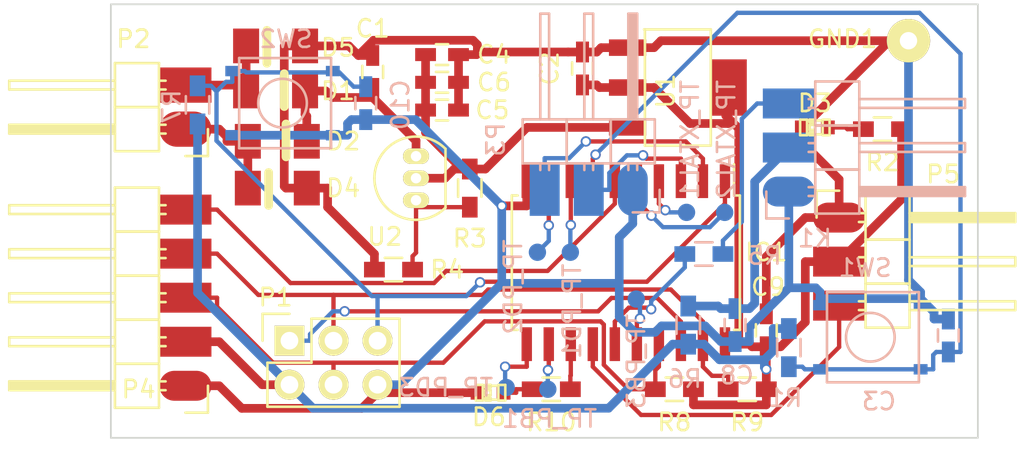
<source format=kicad_pcb>
(kicad_pcb (version 20171130) (host pcbnew "(5.1.12)-1")

  (general
    (thickness 1.6)
    (drawings 4)
    (tracks 343)
    (zones 0)
    (modules 44)
    (nets 30)
  )

  (page A4)
  (layers
    (0 F.Cu signal)
    (31 B.Cu signal)
    (32 B.Adhes user)
    (33 F.Adhes user hide)
    (34 B.Paste user)
    (35 F.Paste user)
    (36 B.SilkS user)
    (37 F.SilkS user)
    (38 B.Mask user)
    (39 F.Mask user)
    (40 Dwgs.User user)
    (41 Cmts.User user)
    (42 Eco1.User user)
    (43 Eco2.User user)
    (44 Edge.Cuts user)
    (45 Margin user)
    (46 B.CrtYd user)
    (47 F.CrtYd user)
    (48 B.Fab user)
    (49 F.Fab user)
  )

  (setup
    (last_trace_width 0.25)
    (trace_clearance 0.199)
    (zone_clearance 0.508)
    (zone_45_only no)
    (trace_min 0.2)
    (via_size 0.6)
    (via_drill 0.4)
    (via_min_size 0.4)
    (via_min_drill 0.3)
    (uvia_size 0.3)
    (uvia_drill 0.1)
    (uvias_allowed no)
    (uvia_min_size 0.2)
    (uvia_min_drill 0.1)
    (edge_width 0.1)
    (segment_width 0.2)
    (pcb_text_width 0.3)
    (pcb_text_size 1.5 1.5)
    (mod_edge_width 0.15)
    (mod_text_size 1 1)
    (mod_text_width 0.15)
    (pad_size 1.5 1.5)
    (pad_drill 0.6)
    (pad_to_mask_clearance 0)
    (aux_axis_origin 0 0)
    (visible_elements 7FFFFFFF)
    (pcbplotparams
      (layerselection 0x010f0_80000001)
      (usegerberextensions true)
      (usegerberattributes true)
      (usegerberadvancedattributes true)
      (creategerberjobfile true)
      (excludeedgelayer true)
      (linewidth 0.100000)
      (plotframeref false)
      (viasonmask false)
      (mode 1)
      (useauxorigin false)
      (hpglpennumber 1)
      (hpglpenspeed 20)
      (hpglpendiameter 15.000000)
      (psnegative false)
      (psa4output false)
      (plotreference true)
      (plotvalue true)
      (plotinvisibletext false)
      (padsonsilk false)
      (subtractmaskfromsilk false)
      (outputformat 1)
      (mirror false)
      (drillshape 0)
      (scaleselection 1)
      (outputdirectory "plot/"))
  )

  (net 0 "")
  (net 1 GND)
  (net 2 +3V3)
  (net 3 /SCL)
  (net 4 "Net-(D3-Pad2)")
  (net 5 /RESET)
  (net 6 /SDA/MOSI)
  (net 7 /ALERT)
  (net 8 /RX)
  (net 9 /TX)
  (net 10 "Net-(IC1-Pad4)")
  (net 11 "Net-(IC1-Pad5)")
  (net 12 "Net-(IC1-Pad8)")
  (net 13 "Net-(IC1-Pad9)")
  (net 14 "Net-(IC1-Pad11)")
  (net 15 "Net-(IC1-Pad12)")
  (net 16 "Net-(IC1-Pad13)")
  (net 17 /SERVO1)
  (net 18 "Net-(IC1-Pad16)")
  (net 19 /MISO)
  (net 20 /SERVO_PWR)
  (net 21 /RF_DATA)
  (net 22 /9v)
  (net 23 /Vin_rec)
  (net 24 /Vadj)
  (net 25 /Vin1)
  (net 26 /Vin2)
  (net 27 /SERVO_SIG)
  (net 28 /SW)
  (net 29 "Net-(D6-Pad2)")

  (net_class Default "This is the default net class."
    (clearance 0.199)
    (trace_width 0.25)
    (via_dia 0.6)
    (via_drill 0.4)
    (uvia_dia 0.3)
    (uvia_drill 0.1)
    (add_net /ALERT)
    (add_net /MISO)
    (add_net /RESET)
    (add_net /RF_DATA)
    (add_net /RX)
    (add_net /SCL)
    (add_net /SDA/MOSI)
    (add_net /SERVO1)
    (add_net /SERVO_SIG)
    (add_net /SW)
    (add_net /TX)
    (add_net /Vadj)
    (add_net "Net-(D3-Pad2)")
    (add_net "Net-(D6-Pad2)")
    (add_net "Net-(IC1-Pad11)")
    (add_net "Net-(IC1-Pad12)")
    (add_net "Net-(IC1-Pad13)")
    (add_net "Net-(IC1-Pad16)")
    (add_net "Net-(IC1-Pad4)")
    (add_net "Net-(IC1-Pad5)")
    (add_net "Net-(IC1-Pad8)")
    (add_net "Net-(IC1-Pad9)")
  )

  (net_class 3V3 ""
    (clearance 0.2)
    (trace_width 0.5)
    (via_dia 0.6)
    (via_drill 0.4)
    (uvia_dia 0.3)
    (uvia_drill 0.1)
    (add_net +3V3)
  )

  (net_class GND ""
    (clearance 0.2)
    (trace_width 0.5)
    (via_dia 0.6)
    (via_drill 0.4)
    (uvia_dia 0.3)
    (uvia_drill 0.1)
    (add_net GND)
  )

  (net_class POWER ""
    (clearance 0.2)
    (trace_width 0.5)
    (via_dia 0.6)
    (via_drill 0.4)
    (uvia_dia 0.3)
    (uvia_drill 0.1)
    (add_net /9v)
    (add_net /SERVO_PWR)
    (add_net /Vin1)
    (add_net /Vin2)
    (add_net /Vin_rec)
  )

  (module Capacitors_SMD:C_0603_HandSoldering (layer F.Cu) (tedit 559CD846) (tstamp 554BB8CB)
    (at 120.1 123.9 90)
    (descr "Capacitor SMD 0603, hand soldering")
    (tags "capacitor 0603")
    (path /557A0613)
    (attr smd)
    (fp_text reference C1 (at 2.5 0 180) (layer F.SilkS)
      (effects (font (size 1 1) (thickness 0.15)))
    )
    (fp_text value 1uF (at 0 1.9 90) (layer F.Fab)
      (effects (font (size 1 1) (thickness 0.15)))
    )
    (fp_line (start 0.35 0.6) (end -0.35 0.6) (layer F.SilkS) (width 0.15))
    (fp_line (start -0.35 -0.6) (end 0.35 -0.6) (layer F.SilkS) (width 0.15))
    (fp_line (start 1.85 -0.75) (end 1.85 0.75) (layer F.CrtYd) (width 0.05))
    (fp_line (start -1.85 -0.75) (end -1.85 0.75) (layer F.CrtYd) (width 0.05))
    (fp_line (start -1.85 0.75) (end 1.85 0.75) (layer F.CrtYd) (width 0.05))
    (fp_line (start -1.85 -0.75) (end 1.85 -0.75) (layer F.CrtYd) (width 0.05))
    (pad 1 smd rect (at -0.95 0 90) (size 1.2 0.75) (layers F.Cu F.Paste F.Mask)
      (net 23 /Vin_rec))
    (pad 2 smd rect (at 0.95 0 90) (size 1.2 0.75) (layers F.Cu F.Paste F.Mask)
      (net 1 GND))
    (model Capacitors_SMD.3dshapes/C_0603_HandSoldering.wrl
      (at (xyz 0 0 0))
      (scale (xyz 1 1 1))
      (rotate (xyz 0 0 0))
    )
  )

  (module Capacitors_SMD:C_0603_HandSoldering (layer F.Cu) (tedit 541A9B4D) (tstamp 554BB8D7)
    (at 132.2 123.7 90)
    (descr "Capacitor SMD 0603, hand soldering")
    (tags "capacitor 0603")
    (path /5548BB4A)
    (attr smd)
    (fp_text reference C2 (at 0 -1.9 90) (layer F.SilkS)
      (effects (font (size 1 1) (thickness 0.15)))
    )
    (fp_text value 10uF (at 0 1.9 90) (layer F.Fab)
      (effects (font (size 1 1) (thickness 0.15)))
    )
    (fp_line (start 0.35 0.6) (end -0.35 0.6) (layer F.SilkS) (width 0.15))
    (fp_line (start -0.35 -0.6) (end 0.35 -0.6) (layer F.SilkS) (width 0.15))
    (fp_line (start 1.85 -0.75) (end 1.85 0.75) (layer F.CrtYd) (width 0.05))
    (fp_line (start -1.85 -0.75) (end -1.85 0.75) (layer F.CrtYd) (width 0.05))
    (fp_line (start -1.85 0.75) (end 1.85 0.75) (layer F.CrtYd) (width 0.05))
    (fp_line (start -1.85 -0.75) (end 1.85 -0.75) (layer F.CrtYd) (width 0.05))
    (pad 1 smd rect (at -0.95 0 90) (size 1.2 0.75) (layers F.Cu F.Paste F.Mask)
      (net 2 +3V3))
    (pad 2 smd rect (at 0.95 0 90) (size 1.2 0.75) (layers F.Cu F.Paste F.Mask)
      (net 1 GND))
    (model Capacitors_SMD.3dshapes/C_0603_HandSoldering.wrl
      (at (xyz 0 0 0))
      (scale (xyz 1 1 1))
      (rotate (xyz 0 0 0))
    )
  )

  (module Capacitors_SMD:C_0603_HandSoldering (layer F.Cu) (tedit 5589B7B1) (tstamp 554BB8FB)
    (at 124.1 126.1)
    (descr "Capacitor SMD 0603, hand soldering")
    (tags "capacitor 0603")
    (path /5589E5F6)
    (attr smd)
    (fp_text reference C5 (at 2.9 0) (layer F.SilkS)
      (effects (font (size 1 1) (thickness 0.15)))
    )
    (fp_text value 10uF (at 0 1.9) (layer F.Fab)
      (effects (font (size 1 1) (thickness 0.15)))
    )
    (fp_line (start 0.35 0.6) (end -0.35 0.6) (layer F.SilkS) (width 0.15))
    (fp_line (start -0.35 -0.6) (end 0.35 -0.6) (layer F.SilkS) (width 0.15))
    (fp_line (start 1.85 -0.75) (end 1.85 0.75) (layer F.CrtYd) (width 0.05))
    (fp_line (start -1.85 -0.75) (end -1.85 0.75) (layer F.CrtYd) (width 0.05))
    (fp_line (start -1.85 0.75) (end 1.85 0.75) (layer F.CrtYd) (width 0.05))
    (fp_line (start -1.85 -0.75) (end 1.85 -0.75) (layer F.CrtYd) (width 0.05))
    (pad 1 smd rect (at -0.95 0) (size 1.2 0.75) (layers F.Cu F.Paste F.Mask)
      (net 22 /9v))
    (pad 2 smd rect (at 0.95 0) (size 1.2 0.75) (layers F.Cu F.Paste F.Mask)
      (net 1 GND))
    (model Capacitors_SMD.3dshapes/C_0603_HandSoldering.wrl
      (at (xyz 0 0 0))
      (scale (xyz 1 1 1))
      (rotate (xyz 0 0 0))
    )
  )

  (module Resistors_SMD:R_0603_HandSoldering (layer F.Cu) (tedit 5418A00F) (tstamp 554BB9F2)
    (at 149.5 127.2 180)
    (descr "Resistor SMD 0603, hand soldering")
    (tags "resistor 0603")
    (path /554A2B86)
    (attr smd)
    (fp_text reference R2 (at 0 -1.9 180) (layer F.SilkS)
      (effects (font (size 1 1) (thickness 0.15)))
    )
    (fp_text value 330R (at 0 1.9 180) (layer F.Fab)
      (effects (font (size 1 1) (thickness 0.15)))
    )
    (fp_line (start -0.5 -0.675) (end 0.5 -0.675) (layer F.SilkS) (width 0.15))
    (fp_line (start 0.5 0.675) (end -0.5 0.675) (layer F.SilkS) (width 0.15))
    (fp_line (start 2 -0.8) (end 2 0.8) (layer F.CrtYd) (width 0.05))
    (fp_line (start -2 -0.8) (end -2 0.8) (layer F.CrtYd) (width 0.05))
    (fp_line (start -2 0.8) (end 2 0.8) (layer F.CrtYd) (width 0.05))
    (fp_line (start -2 -0.8) (end 2 -0.8) (layer F.CrtYd) (width 0.05))
    (pad 1 smd rect (at -1.1 0 180) (size 1.2 0.9) (layers F.Cu F.Paste F.Mask)
      (net 2 +3V3))
    (pad 2 smd rect (at 1.1 0 180) (size 1.2 0.9) (layers F.Cu F.Paste F.Mask)
      (net 4 "Net-(D3-Pad2)"))
    (model Resistors_SMD.3dshapes/R_0603_HandSoldering.wrl
      (at (xyz 0 0 0))
      (scale (xyz 1 1 1))
      (rotate (xyz 0 0 0))
    )
  )

  (module Resistors_SMD:R_0603_HandSoldering (layer F.Cu) (tedit 559440A4) (tstamp 554BB9FE)
    (at 125.7 130.6 90)
    (descr "Resistor SMD 0603, hand soldering")
    (tags "resistor 0603")
    (path /5589D563)
    (attr smd)
    (fp_text reference R3 (at -2.9 0 180) (layer F.SilkS)
      (effects (font (size 1 1) (thickness 0.15)))
    )
    (fp_text value 240R (at 0 1.9 90) (layer F.Fab)
      (effects (font (size 1 1) (thickness 0.15)))
    )
    (fp_line (start -0.5 -0.675) (end 0.5 -0.675) (layer F.SilkS) (width 0.15))
    (fp_line (start 0.5 0.675) (end -0.5 0.675) (layer F.SilkS) (width 0.15))
    (fp_line (start 2 -0.8) (end 2 0.8) (layer F.CrtYd) (width 0.05))
    (fp_line (start -2 -0.8) (end -2 0.8) (layer F.CrtYd) (width 0.05))
    (fp_line (start -2 0.8) (end 2 0.8) (layer F.CrtYd) (width 0.05))
    (fp_line (start -2 -0.8) (end 2 -0.8) (layer F.CrtYd) (width 0.05))
    (pad 1 smd rect (at -1.1 0 90) (size 1.2 0.9) (layers F.Cu F.Paste F.Mask)
      (net 24 /Vadj))
    (pad 2 smd rect (at 1.1 0 90) (size 1.2 0.9) (layers F.Cu F.Paste F.Mask)
      (net 22 /9v))
    (model Resistors_SMD.3dshapes/R_0603_HandSoldering.wrl
      (at (xyz 0 0 0))
      (scale (xyz 1 1 1))
      (rotate (xyz 0 0 0))
    )
  )

  (module Resistors_SMD:R_0603_HandSoldering (layer F.Cu) (tedit 559CD873) (tstamp 554BBA0A)
    (at 121.3 135.3)
    (descr "Resistor SMD 0603, hand soldering")
    (tags "resistor 0603")
    (path /5589D95B)
    (attr smd)
    (fp_text reference R4 (at 3.1 0) (layer F.SilkS)
      (effects (font (size 1 1) (thickness 0.15)))
    )
    (fp_text value 1k5 (at 0 1.9) (layer F.Fab)
      (effects (font (size 1 1) (thickness 0.15)))
    )
    (fp_line (start -0.5 -0.675) (end 0.5 -0.675) (layer F.SilkS) (width 0.15))
    (fp_line (start 0.5 0.675) (end -0.5 0.675) (layer F.SilkS) (width 0.15))
    (fp_line (start 2 -0.8) (end 2 0.8) (layer F.CrtYd) (width 0.05))
    (fp_line (start -2 -0.8) (end -2 0.8) (layer F.CrtYd) (width 0.05))
    (fp_line (start -2 0.8) (end 2 0.8) (layer F.CrtYd) (width 0.05))
    (fp_line (start -2 -0.8) (end 2 -0.8) (layer F.CrtYd) (width 0.05))
    (pad 1 smd rect (at -1.1 0) (size 1.2 0.9) (layers F.Cu F.Paste F.Mask)
      (net 1 GND))
    (pad 2 smd rect (at 1.1 0) (size 1.2 0.9) (layers F.Cu F.Paste F.Mask)
      (net 24 /Vadj))
    (model Resistors_SMD.3dshapes/R_0603_HandSoldering.wrl
      (at (xyz 0 0 0))
      (scale (xyz 1 1 1))
      (rotate (xyz 0 0 0))
    )
  )

  (module Resistors_SMD:R_0603_HandSoldering (layer B.Cu) (tedit 559CD8EE) (tstamp 554BBA16)
    (at 139.2 134.4 180)
    (descr "Resistor SMD 0603, hand soldering")
    (tags "resistor 0603")
    (path /55570BA3)
    (attr smd)
    (fp_text reference R5 (at -3.5 -0.1 180) (layer B.SilkS)
      (effects (font (size 1 1) (thickness 0.15)) (justify mirror))
    )
    (fp_text value 47R (at 0 -1.9 180) (layer B.Fab)
      (effects (font (size 1 1) (thickness 0.15)) (justify mirror))
    )
    (fp_line (start -0.5 0.675) (end 0.5 0.675) (layer B.SilkS) (width 0.15))
    (fp_line (start 0.5 -0.675) (end -0.5 -0.675) (layer B.SilkS) (width 0.15))
    (fp_line (start 2 0.8) (end 2 -0.8) (layer B.CrtYd) (width 0.05))
    (fp_line (start -2 0.8) (end -2 -0.8) (layer B.CrtYd) (width 0.05))
    (fp_line (start -2 -0.8) (end 2 -0.8) (layer B.CrtYd) (width 0.05))
    (fp_line (start -2 0.8) (end 2 0.8) (layer B.CrtYd) (width 0.05))
    (pad 1 smd rect (at -1.1 0 180) (size 1.2 0.9) (layers B.Cu B.Paste B.Mask)
      (net 27 /SERVO_SIG))
    (pad 2 smd rect (at 1.1 0 180) (size 1.2 0.9) (layers B.Cu B.Paste B.Mask)
      (net 17 /SERVO1))
    (model Resistors_SMD.3dshapes/R_0603_HandSoldering.wrl
      (at (xyz 0 0 0))
      (scale (xyz 1 1 1))
      (rotate (xyz 0 0 0))
    )
  )

  (module Resistors_SMD:R_0603_HandSoldering (layer B.Cu) (tedit 559CD8DA) (tstamp 554BBA22)
    (at 138.3 138.5 270)
    (descr "Resistor SMD 0603, hand soldering")
    (tags "resistor 0603")
    (path /5557765D)
    (attr smd)
    (fp_text reference R6 (at 3.1 0.2) (layer B.SilkS)
      (effects (font (size 1 1) (thickness 0.15)) (justify mirror))
    )
    (fp_text value 47R (at 0 -1.9 270) (layer B.Fab)
      (effects (font (size 1 1) (thickness 0.15)) (justify mirror))
    )
    (fp_line (start -0.5 0.675) (end 0.5 0.675) (layer B.SilkS) (width 0.15))
    (fp_line (start 0.5 -0.675) (end -0.5 -0.675) (layer B.SilkS) (width 0.15))
    (fp_line (start 2 0.8) (end 2 -0.8) (layer B.CrtYd) (width 0.05))
    (fp_line (start -2 0.8) (end -2 -0.8) (layer B.CrtYd) (width 0.05))
    (fp_line (start -2 -0.8) (end 2 -0.8) (layer B.CrtYd) (width 0.05))
    (fp_line (start -2 0.8) (end 2 0.8) (layer B.CrtYd) (width 0.05))
    (pad 1 smd rect (at -1.1 0 270) (size 1.2 0.9) (layers B.Cu B.Paste B.Mask)
      (net 20 /SERVO_PWR))
    (pad 2 smd rect (at 1.1 0 270) (size 1.2 0.9) (layers B.Cu B.Paste B.Mask)
      (net 2 +3V3))
    (model Resistors_SMD.3dshapes/R_0603_HandSoldering.wrl
      (at (xyz 0 0 0))
      (scale (xyz 1 1 1))
      (rotate (xyz 0 0 0))
    )
  )

  (module Resistors_SMD:R_0603_HandSoldering (layer B.Cu) (tedit 559442EB) (tstamp 554BBA2E)
    (at 110 125.8 90)
    (descr "Resistor SMD 0603, hand soldering")
    (tags "resistor 0603")
    (path /554A4116)
    (attr smd)
    (fp_text reference R7 (at -0.1 -1.5 90) (layer B.SilkS)
      (effects (font (size 1 1) (thickness 0.15)) (justify mirror))
    )
    (fp_text value 47k (at 0 -1.9 90) (layer B.Fab)
      (effects (font (size 1 1) (thickness 0.15)) (justify mirror))
    )
    (fp_line (start -0.5 0.675) (end 0.5 0.675) (layer B.SilkS) (width 0.15))
    (fp_line (start 0.5 -0.675) (end -0.5 -0.675) (layer B.SilkS) (width 0.15))
    (fp_line (start 2 0.8) (end 2 -0.8) (layer B.CrtYd) (width 0.05))
    (fp_line (start -2 0.8) (end -2 -0.8) (layer B.CrtYd) (width 0.05))
    (fp_line (start -2 -0.8) (end 2 -0.8) (layer B.CrtYd) (width 0.05))
    (fp_line (start -2 0.8) (end 2 0.8) (layer B.CrtYd) (width 0.05))
    (pad 1 smd rect (at -1.1 0 90) (size 1.2 0.9) (layers B.Cu B.Paste B.Mask)
      (net 2 +3V3))
    (pad 2 smd rect (at 1.1 0 90) (size 1.2 0.9) (layers B.Cu B.Paste B.Mask)
      (net 5 /RESET))
    (model Resistors_SMD.3dshapes/R_0603_HandSoldering.wrl
      (at (xyz 0 0 0))
      (scale (xyz 1 1 1))
      (rotate (xyz 0 0 0))
    )
  )

  (module Resistors_SMD:R_0603_HandSoldering (layer F.Cu) (tedit 5418A00F) (tstamp 554BBA3A)
    (at 137.5 142.2 180)
    (descr "Resistor SMD 0603, hand soldering")
    (tags "resistor 0603")
    (path /554A4D12)
    (attr smd)
    (fp_text reference R8 (at 0 -1.9 180) (layer F.SilkS)
      (effects (font (size 1 1) (thickness 0.15)))
    )
    (fp_text value 5k (at 0 1.9 180) (layer F.Fab)
      (effects (font (size 1 1) (thickness 0.15)))
    )
    (fp_line (start -0.5 -0.675) (end 0.5 -0.675) (layer F.SilkS) (width 0.15))
    (fp_line (start 0.5 0.675) (end -0.5 0.675) (layer F.SilkS) (width 0.15))
    (fp_line (start 2 -0.8) (end 2 0.8) (layer F.CrtYd) (width 0.05))
    (fp_line (start -2 -0.8) (end -2 0.8) (layer F.CrtYd) (width 0.05))
    (fp_line (start -2 0.8) (end 2 0.8) (layer F.CrtYd) (width 0.05))
    (fp_line (start -2 -0.8) (end 2 -0.8) (layer F.CrtYd) (width 0.05))
    (pad 1 smd rect (at -1.1 0 180) (size 1.2 0.9) (layers F.Cu F.Paste F.Mask)
      (net 2 +3V3))
    (pad 2 smd rect (at 1.1 0 180) (size 1.2 0.9) (layers F.Cu F.Paste F.Mask)
      (net 6 /SDA/MOSI))
    (model Resistors_SMD.3dshapes/R_0603_HandSoldering.wrl
      (at (xyz 0 0 0))
      (scale (xyz 1 1 1))
      (rotate (xyz 0 0 0))
    )
  )

  (module LEDs:LED-0603 (layer F.Cu) (tedit 559CD88C) (tstamp 5556FC25)
    (at 145.6 127.1)
    (descr "LED 0603 smd package")
    (tags "LED led 0603 SMD smd SMT smt smdled SMDLED smtled SMTLED")
    (path /554A2817)
    (attr smd)
    (fp_text reference D3 (at 0 -1.4) (layer F.SilkS)
      (effects (font (size 1 1) (thickness 0.15)))
    )
    (fp_text value Led_Small (at 0 1.2) (layer F.Fab)
      (effects (font (size 1 1) (thickness 0.15)))
    )
    (fp_line (start -0.44958 0.39878) (end 0.44958 0.39878) (layer F.SilkS) (width 0.15))
    (fp_line (start -0.44958 -0.39878) (end 0.44958 -0.39878) (layer F.SilkS) (width 0.15))
    (fp_line (start 0 -0.14986) (end -0.29972 -0.14986) (layer F.SilkS) (width 0.15))
    (fp_line (start -0.29972 -0.14986) (end -0.29972 0.14986) (layer F.SilkS) (width 0.15))
    (fp_line (start 0 0.14986) (end -0.29972 0.14986) (layer F.SilkS) (width 0.15))
    (fp_line (start 0 -0.14986) (end 0 0.14986) (layer F.SilkS) (width 0.15))
    (fp_line (start 0 0.29972) (end -0.29972 0.29972) (layer F.SilkS) (width 0.15))
    (fp_line (start -0.29972 0.29972) (end -0.29972 0.44958) (layer F.SilkS) (width 0.15))
    (fp_line (start 0 0.44958) (end -0.29972 0.44958) (layer F.SilkS) (width 0.15))
    (fp_line (start 0 0.29972) (end 0 0.44958) (layer F.SilkS) (width 0.15))
    (fp_line (start 0 -0.44958) (end -0.29972 -0.44958) (layer F.SilkS) (width 0.15))
    (fp_line (start -0.29972 -0.44958) (end -0.29972 -0.29972) (layer F.SilkS) (width 0.15))
    (fp_line (start 0 -0.29972) (end -0.29972 -0.29972) (layer F.SilkS) (width 0.15))
    (fp_line (start 0 -0.44958) (end 0 -0.29972) (layer F.SilkS) (width 0.15))
    (fp_line (start 0.84836 -0.44958) (end 0.44958 -0.44958) (layer F.SilkS) (width 0.15))
    (fp_line (start 0.44958 -0.44958) (end 0.44958 0.44958) (layer F.SilkS) (width 0.15))
    (fp_line (start 0.84836 0.44958) (end 0.44958 0.44958) (layer F.SilkS) (width 0.15))
    (fp_line (start 0.84836 -0.44958) (end 0.84836 0.44958) (layer F.SilkS) (width 0.15))
    (fp_line (start -0.44958 -0.44958) (end -0.84836 -0.44958) (layer F.SilkS) (width 0.15))
    (fp_line (start -0.84836 -0.44958) (end -0.84836 0.44958) (layer F.SilkS) (width 0.15))
    (fp_line (start -0.44958 0.44958) (end -0.84836 0.44958) (layer F.SilkS) (width 0.15))
    (fp_line (start -0.44958 -0.44958) (end -0.44958 0.44958) (layer F.SilkS) (width 0.15))
    (pad 2 smd rect (at 0.7493 0 180) (size 0.79756 0.79756) (layers F.Cu F.Paste F.Mask)
      (net 4 "Net-(D3-Pad2)"))
    (pad 1 smd rect (at -0.7493 0 180) (size 0.79756 0.79756) (layers F.Cu F.Paste F.Mask)
      (net 1 GND))
  )

  (module Housings_SOIC:SOIC-20_7.5x12.8mm_Pitch1.27mm (layer F.Cu) (tedit 55944104) (tstamp 5556FC3D)
    (at 134.7 134.9 270)
    (descr "20-Lead Plastic Small Outline (SO) - Wide, 7.50 mm Body [SOIC] (see Microchip Packaging Specification 00000049BS.pdf)")
    (tags "SOIC 1.27")
    (path /554CF2B1)
    (attr smd)
    (fp_text reference IC1 (at -0.6 -8.1) (layer F.SilkS)
      (effects (font (size 1 1) (thickness 0.15)))
    )
    (fp_text value ATTINY2313A-S (at 0 7.5 270) (layer F.Fab)
      (effects (font (size 1 1) (thickness 0.15)))
    )
    (fp_line (start -3.875 -6.24) (end -5.675 -6.24) (layer F.SilkS) (width 0.15))
    (fp_line (start -3.875 6.575) (end 3.875 6.575) (layer F.SilkS) (width 0.15))
    (fp_line (start -3.875 -6.575) (end 3.875 -6.575) (layer F.SilkS) (width 0.15))
    (fp_line (start -3.875 6.575) (end -3.875 6.24) (layer F.SilkS) (width 0.15))
    (fp_line (start 3.875 6.575) (end 3.875 6.24) (layer F.SilkS) (width 0.15))
    (fp_line (start 3.875 -6.575) (end 3.875 -6.24) (layer F.SilkS) (width 0.15))
    (fp_line (start -3.875 -6.575) (end -3.875 -6.24) (layer F.SilkS) (width 0.15))
    (fp_line (start -5.95 6.75) (end 5.95 6.75) (layer F.CrtYd) (width 0.05))
    (fp_line (start -5.95 -6.75) (end 5.95 -6.75) (layer F.CrtYd) (width 0.05))
    (fp_line (start 5.95 -6.75) (end 5.95 6.75) (layer F.CrtYd) (width 0.05))
    (fp_line (start -5.95 -6.75) (end -5.95 6.75) (layer F.CrtYd) (width 0.05))
    (pad 1 smd rect (at -4.7 -5.715 270) (size 1.95 0.6) (layers F.Cu F.Paste F.Mask)
      (net 5 /RESET))
    (pad 2 smd rect (at -4.7 -4.445 270) (size 1.95 0.6) (layers F.Cu F.Paste F.Mask)
      (net 8 /RX))
    (pad 3 smd rect (at -4.7 -3.175 270) (size 1.95 0.6) (layers F.Cu F.Paste F.Mask)
      (net 9 /TX))
    (pad 4 smd rect (at -4.7 -1.905 270) (size 1.95 0.6) (layers F.Cu F.Paste F.Mask)
      (net 10 "Net-(IC1-Pad4)"))
    (pad 5 smd rect (at -4.7 -0.635 270) (size 1.95 0.6) (layers F.Cu F.Paste F.Mask)
      (net 11 "Net-(IC1-Pad5)"))
    (pad 6 smd rect (at -4.7 0.635 270) (size 1.95 0.6) (layers F.Cu F.Paste F.Mask)
      (net 7 /ALERT))
    (pad 7 smd rect (at -4.7 1.905 270) (size 1.95 0.6) (layers F.Cu F.Paste F.Mask)
      (net 28 /SW))
    (pad 8 smd rect (at -4.7 3.175 270) (size 1.95 0.6) (layers F.Cu F.Paste F.Mask)
      (net 12 "Net-(IC1-Pad8)"))
    (pad 9 smd rect (at -4.7 4.445 270) (size 1.95 0.6) (layers F.Cu F.Paste F.Mask)
      (net 13 "Net-(IC1-Pad9)"))
    (pad 10 smd rect (at -4.7 5.715 270) (size 1.95 0.6) (layers F.Cu F.Paste F.Mask)
      (net 1 GND))
    (pad 11 smd rect (at 4.7 5.715 270) (size 1.95 0.6) (layers F.Cu F.Paste F.Mask)
      (net 14 "Net-(IC1-Pad11)"))
    (pad 12 smd rect (at 4.7 4.445 270) (size 1.95 0.6) (layers F.Cu F.Paste F.Mask)
      (net 15 "Net-(IC1-Pad12)"))
    (pad 13 smd rect (at 4.7 3.175 270) (size 1.95 0.6) (layers F.Cu F.Paste F.Mask)
      (net 16 "Net-(IC1-Pad13)"))
    (pad 14 smd rect (at 4.7 1.905 270) (size 1.95 0.6) (layers F.Cu F.Paste F.Mask)
      (net 21 /RF_DATA))
    (pad 15 smd rect (at 4.7 0.635 270) (size 1.95 0.6) (layers F.Cu F.Paste F.Mask)
      (net 17 /SERVO1))
    (pad 16 smd rect (at 4.7 -0.635 270) (size 1.95 0.6) (layers F.Cu F.Paste F.Mask)
      (net 18 "Net-(IC1-Pad16)"))
    (pad 17 smd rect (at 4.7 -1.905 270) (size 1.95 0.6) (layers F.Cu F.Paste F.Mask)
      (net 6 /SDA/MOSI))
    (pad 18 smd rect (at 4.7 -3.175 270) (size 1.95 0.6) (layers F.Cu F.Paste F.Mask)
      (net 19 /MISO))
    (pad 19 smd rect (at 4.7 -4.445 270) (size 1.95 0.6) (layers F.Cu F.Paste F.Mask)
      (net 3 /SCL))
    (pad 20 smd rect (at 4.7 -5.715 270) (size 1.95 0.6) (layers F.Cu F.Paste F.Mask)
      (net 2 +3V3))
    (model Housings_SOIC.3dshapes/SOIC-20_7.5x12.8mm_Pitch1.27mm.wrl
      (at (xyz 0 0 0))
      (scale (xyz 1 1 1))
      (rotate (xyz 0 0 0))
    )
  )

  (module kicad-footprints:Pin_Header_Angled_SMD_1x03 (layer B.Cu) (tedit 55943E6E) (tstamp 5556FC44)
    (at 144.1 130.8)
    (descr "SMD pin header")
    (tags "pin header")
    (path /554A7C01)
    (fp_text reference K1 (at 1.5 2.7) (layer B.SilkS)
      (effects (font (size 1 1) (thickness 0.15)) (justify mirror))
    )
    (fp_text value SERVO (at 0 3.1) (layer B.Fab)
      (effects (font (size 1 1) (thickness 0.15)) (justify mirror))
    )
    (fp_line (start 1.524 -6.35) (end 4.064 -6.35) (layer B.SilkS) (width 0.15))
    (fp_line (start 1.524 -1.27) (end 4.064 -1.27) (layer B.SilkS) (width 0.15))
    (fp_line (start 1.524 -1.27) (end 1.524 -3.81) (layer B.SilkS) (width 0.15))
    (fp_line (start 1.524 -3.81) (end 4.064 -3.81) (layer B.SilkS) (width 0.15))
    (fp_line (start 4.064 -2.286) (end 10.16 -2.286) (layer B.SilkS) (width 0.15))
    (fp_line (start 10.16 -2.286) (end 10.16 -2.794) (layer B.SilkS) (width 0.15))
    (fp_line (start 10.16 -2.794) (end 4.064 -2.794) (layer B.SilkS) (width 0.15))
    (fp_line (start 4.064 -3.81) (end 4.064 -1.27) (layer B.SilkS) (width 0.15))
    (fp_line (start 4.064 -6.35) (end 4.064 -3.81) (layer B.SilkS) (width 0.15))
    (fp_line (start 10.16 -5.334) (end 4.064 -5.334) (layer B.SilkS) (width 0.15))
    (fp_line (start 10.16 -4.826) (end 10.16 -5.334) (layer B.SilkS) (width 0.15))
    (fp_line (start 4.064 -4.826) (end 10.16 -4.826) (layer B.SilkS) (width 0.15))
    (fp_line (start 1.524 -3.81) (end 1.524 -6.35) (layer B.SilkS) (width 0.15))
    (fp_line (start 1.524 -3.81) (end 4.064 -3.81) (layer B.SilkS) (width 0.15))
    (fp_line (start 1.524 1.27) (end 4.064 1.27) (layer B.SilkS) (width 0.15))
    (fp_line (start 1.524 1.27) (end 1.524 -1.27) (layer B.SilkS) (width 0.15))
    (fp_line (start 1.524 -1.27) (end 4.064 -1.27) (layer B.SilkS) (width 0.15))
    (fp_line (start 4.064 0.254) (end 10.16 0.254) (layer B.SilkS) (width 0.15))
    (fp_line (start 10.16 0.254) (end 10.16 -0.254) (layer B.SilkS) (width 0.15))
    (fp_line (start 10.16 -0.254) (end 4.064 -0.254) (layer B.SilkS) (width 0.15))
    (fp_line (start 4.064 -1.27) (end 4.064 1.27) (layer B.SilkS) (width 0.15))
    (fp_line (start 1.524 -5.334) (end 1.143 -5.334) (layer B.SilkS) (width 0.15))
    (fp_line (start 1.524 -4.826) (end 1.143 -4.826) (layer B.SilkS) (width 0.15))
    (fp_line (start 1.524 -2.794) (end 1.143 -2.794) (layer B.SilkS) (width 0.15))
    (fp_line (start 1.524 -2.286) (end 1.143 -2.286) (layer B.SilkS) (width 0.15))
    (fp_line (start 1.524 -0.254) (end 1.143 -0.254) (layer B.SilkS) (width 0.15))
    (fp_line (start 1.524 0.254) (end 1.143 0.254) (layer B.SilkS) (width 0.15))
    (fp_line (start 4.191 0) (end 10.033 0) (layer B.SilkS) (width 0.15))
    (fp_line (start 4.191 -0.127) (end 4.191 0) (layer B.SilkS) (width 0.15))
    (fp_line (start 10.033 -0.127) (end 4.191 -0.127) (layer B.SilkS) (width 0.15))
    (fp_line (start 10.033 0.127) (end 10.033 -0.127) (layer B.SilkS) (width 0.15))
    (fp_line (start 4.191 0.127) (end 10.033 0.127) (layer B.SilkS) (width 0.15))
    (fp_line (start 0 1.55) (end -1.3 1.55) (layer B.SilkS) (width 0.15))
    (fp_line (start -1.3 1.55) (end -1.3 0) (layer B.SilkS) (width 0.15))
    (fp_line (start -1.5 -6.85) (end 10.65 -6.85) (layer B.CrtYd) (width 0.05))
    (fp_line (start -1.5 1.75) (end 10.65 1.75) (layer B.CrtYd) (width 0.05))
    (fp_line (start 10.65 1.75) (end 10.65 -6.85) (layer B.CrtYd) (width 0.05))
    (fp_line (start -1.5 1.75) (end -1.5 -6.85) (layer B.CrtYd) (width 0.05))
    (pad 1 smd oval (at 0 0) (size 3 1.7272) (layers B.Cu B.Paste B.Mask)
      (net 1 GND))
    (pad 2 smd rect (at 0 -2.54) (size 3 1.7272) (layers B.Cu B.Paste B.Mask)
      (net 20 /SERVO_PWR))
    (pad 3 smd rect (at 0 -5.08) (size 3 1.7272) (layers B.Cu B.Paste B.Mask)
      (net 27 /SERVO_SIG))
    (model Pin_Headers.3dshapes/Pin_Header_Angled_1x03.wrl
      (offset (xyz 0 -2.539999961853027 0))
      (scale (xyz 1 1 1))
      (rotate (xyz 0 0 90))
    )
  )

  (module kicad-footprints:Pin_Header_Angled_SMD_1x02 (layer F.Cu) (tedit 559CD853) (tstamp 5556FC4A)
    (at 109.3 127.2 180)
    (descr "SMD pin header")
    (tags "pin header")
    (path /5548B5B0)
    (fp_text reference P2 (at 3 5.2 180) (layer F.SilkS)
      (effects (font (size 1 1) (thickness 0.15)))
    )
    (fp_text value CONN_01X02 (at 0 -3.1 180) (layer F.Fab)
      (effects (font (size 1 1) (thickness 0.15)))
    )
    (fp_line (start 1.524 -1.27) (end 1.524 1.27) (layer F.SilkS) (width 0.15))
    (fp_line (start 1.524 1.27) (end 4.064 1.27) (layer F.SilkS) (width 0.15))
    (fp_line (start 4.064 -0.254) (end 10.16 -0.254) (layer F.SilkS) (width 0.15))
    (fp_line (start 10.16 -0.254) (end 10.16 0.254) (layer F.SilkS) (width 0.15))
    (fp_line (start 10.16 0.254) (end 4.064 0.254) (layer F.SilkS) (width 0.15))
    (fp_line (start 4.064 1.27) (end 4.064 -1.27) (layer F.SilkS) (width 0.15))
    (fp_line (start 4.064 3.81) (end 4.064 1.27) (layer F.SilkS) (width 0.15))
    (fp_line (start 10.16 2.794) (end 4.064 2.794) (layer F.SilkS) (width 0.15))
    (fp_line (start 10.16 2.286) (end 10.16 2.794) (layer F.SilkS) (width 0.15))
    (fp_line (start 4.064 2.286) (end 10.16 2.286) (layer F.SilkS) (width 0.15))
    (fp_line (start 1.524 3.81) (end 4.064 3.81) (layer F.SilkS) (width 0.15))
    (fp_line (start 1.524 1.27) (end 1.524 3.81) (layer F.SilkS) (width 0.15))
    (fp_line (start 1.524 1.27) (end 4.064 1.27) (layer F.SilkS) (width 0.15))
    (fp_line (start 1.524 -1.27) (end 4.064 -1.27) (layer F.SilkS) (width 0.15))
    (fp_line (start 1.524 2.794) (end 1.143 2.794) (layer F.SilkS) (width 0.15))
    (fp_line (start 1.524 2.286) (end 1.143 2.286) (layer F.SilkS) (width 0.15))
    (fp_line (start 1.524 0.254) (end 1.143 0.254) (layer F.SilkS) (width 0.15))
    (fp_line (start 1.524 -0.254) (end 1.143 -0.254) (layer F.SilkS) (width 0.15))
    (fp_line (start 4.191 0) (end 10.033 0) (layer F.SilkS) (width 0.15))
    (fp_line (start 4.191 0.127) (end 4.191 0) (layer F.SilkS) (width 0.15))
    (fp_line (start 10.033 0.127) (end 4.191 0.127) (layer F.SilkS) (width 0.15))
    (fp_line (start 10.033 -0.127) (end 10.033 0.127) (layer F.SilkS) (width 0.15))
    (fp_line (start 4.191 -0.127) (end 10.033 -0.127) (layer F.SilkS) (width 0.15))
    (fp_line (start 0 -1.55) (end -1.3 -1.55) (layer F.SilkS) (width 0.15))
    (fp_line (start -1.3 -1.55) (end -1.3 0) (layer F.SilkS) (width 0.15))
    (fp_line (start -1.5 4.3) (end 10.65 4.3) (layer F.CrtYd) (width 0.05))
    (fp_line (start -1.5 -1.75) (end 10.65 -1.75) (layer F.CrtYd) (width 0.05))
    (fp_line (start 10.65 -1.75) (end 10.65 4.3) (layer F.CrtYd) (width 0.05))
    (fp_line (start -1.5 -1.75) (end -1.5 4.3) (layer F.CrtYd) (width 0.05))
    (pad 1 smd oval (at 0 0 180) (size 3 2.032) (layers F.Cu F.Paste F.Mask)
      (net 26 /Vin2))
    (pad 2 smd rect (at 0 2.54 180) (size 3 2.032) (layers F.Cu F.Paste F.Mask)
      (net 25 /Vin1))
    (model Pin_Headers.3dshapes/Pin_Header_Angled_1x02.wrl
      (offset (xyz 0 -1.269999980926514 0))
      (scale (xyz 1 1 1))
      (rotate (xyz 0 0 90))
    )
  )

  (module kicad-footprints:TP_1mm (layer B.Cu) (tedit 559CD8EA) (tstamp 5556FC7A)
    (at 138.1 132)
    (path /55570FD2)
    (fp_text reference TP_XTAL1 (at 0.3 -4.2 90) (layer B.SilkS)
      (effects (font (size 1 1) (thickness 0.15)) (justify mirror))
    )
    (fp_text value TEST_POINT (at 0.1 1.3) (layer B.Fab)
      (effects (font (size 1 1) (thickness 0.15)) (justify mirror))
    )
    (pad 1 smd circle (at 0.1 0) (size 1 1) (layers B.Cu B.Paste B.Mask)
      (net 10 "Net-(IC1-Pad4)"))
  )

  (module kicad-footprints:TP_1mm (layer B.Cu) (tedit 559CD943) (tstamp 5556FC7F)
    (at 140.3 132)
    (path /55571059)
    (fp_text reference TP_XTAL2 (at 0.2 -4.2 90) (layer B.SilkS)
      (effects (font (size 1 1) (thickness 0.15)) (justify mirror))
    )
    (fp_text value TEST_POINT (at 0.1 1.3) (layer B.Fab)
      (effects (font (size 1 1) (thickness 0.15)) (justify mirror))
    )
    (pad 1 smd circle (at 0.1 0) (size 1 1) (layers B.Cu B.Paste B.Mask)
      (net 11 "Net-(IC1-Pad5)"))
  )

  (module Resistors_SMD:R_0603_HandSoldering (layer F.Cu) (tedit 5418A00F) (tstamp 55570199)
    (at 141.7 142.2 180)
    (descr "Resistor SMD 0603, hand soldering")
    (tags "resistor 0603")
    (path /554A57EE)
    (attr smd)
    (fp_text reference R9 (at 0 -1.9 180) (layer F.SilkS)
      (effects (font (size 1 1) (thickness 0.15)))
    )
    (fp_text value 5k (at 0 1.9 180) (layer F.Fab)
      (effects (font (size 1 1) (thickness 0.15)))
    )
    (fp_line (start -0.5 -0.675) (end 0.5 -0.675) (layer F.SilkS) (width 0.15))
    (fp_line (start 0.5 0.675) (end -0.5 0.675) (layer F.SilkS) (width 0.15))
    (fp_line (start 2 -0.8) (end 2 0.8) (layer F.CrtYd) (width 0.05))
    (fp_line (start -2 -0.8) (end -2 0.8) (layer F.CrtYd) (width 0.05))
    (fp_line (start -2 0.8) (end 2 0.8) (layer F.CrtYd) (width 0.05))
    (fp_line (start -2 -0.8) (end 2 -0.8) (layer F.CrtYd) (width 0.05))
    (pad 1 smd rect (at -1.1 0 180) (size 1.2 0.9) (layers F.Cu F.Paste F.Mask)
      (net 2 +3V3))
    (pad 2 smd rect (at 1.1 0 180) (size 1.2 0.9) (layers F.Cu F.Paste F.Mask)
      (net 3 /SCL))
    (model Resistors_SMD.3dshapes/R_0603_HandSoldering.wrl
      (at (xyz 0 0 0))
      (scale (xyz 1 1 1))
      (rotate (xyz 0 0 0))
    )
  )

  (module kicad-footprints:TP_1mm (layer B.Cu) (tedit 559CD911) (tstamp 555701A3)
    (at 130.1 142.2)
    (path /55576573)
    (fp_text reference TP_PB1 (at 0.2 1.7) (layer B.SilkS)
      (effects (font (size 1 1) (thickness 0.15)) (justify mirror))
    )
    (fp_text value TEST_POINT (at 0.1 1.3) (layer B.Fab)
      (effects (font (size 1 1) (thickness 0.15)) (justify mirror))
    )
    (pad 1 smd circle (at 0.1 0) (size 1 1) (layers B.Cu B.Paste B.Mask)
      (net 15 "Net-(IC1-Pad12)"))
  )

  (module kicad-footprints:TP_1mm (layer B.Cu) (tedit 559CD90D) (tstamp 555701AD)
    (at 127.7 142.1)
    (path /55576CCE)
    (fp_text reference TP_PD3 (at -3.4 0 180) (layer B.SilkS)
      (effects (font (size 1 1) (thickness 0.15)) (justify mirror))
    )
    (fp_text value TEST_POINT (at 0.1 1.3) (layer B.Fab)
      (effects (font (size 1 1) (thickness 0.15)) (justify mirror))
    )
    (pad 1 smd circle (at 0.1 0) (size 1 1) (layers B.Cu B.Paste B.Mask)
      (net 14 "Net-(IC1-Pad11)"))
  )

  (module Capacitors_SMD:C_0603_HandSoldering (layer F.Cu) (tedit 5589B7D1) (tstamp 5)
    (at 124.1 122.9)
    (descr "Capacitor SMD 0603, hand soldering")
    (tags "capacitor 0603")
    (path /5589E3B2)
    (attr smd)
    (fp_text reference C4 (at 3 0) (layer F.SilkS)
      (effects (font (size 1 1) (thickness 0.15)))
    )
    (fp_text value 10uF (at 0 1.9) (layer F.Fab)
      (effects (font (size 1 1) (thickness 0.15)))
    )
    (fp_line (start 0.35 0.6) (end -0.35 0.6) (layer F.SilkS) (width 0.15))
    (fp_line (start -0.35 -0.6) (end 0.35 -0.6) (layer F.SilkS) (width 0.15))
    (fp_line (start 1.85 -0.75) (end 1.85 0.75) (layer F.CrtYd) (width 0.05))
    (fp_line (start -1.85 -0.75) (end -1.85 0.75) (layer F.CrtYd) (width 0.05))
    (fp_line (start -1.85 0.75) (end 1.85 0.75) (layer F.CrtYd) (width 0.05))
    (fp_line (start -1.85 -0.75) (end 1.85 -0.75) (layer F.CrtYd) (width 0.05))
    (pad 1 smd rect (at -0.95 0) (size 1.2 0.75) (layers F.Cu F.Paste F.Mask)
      (net 22 /9v))
    (pad 2 smd rect (at 0.95 0) (size 1.2 0.75) (layers F.Cu F.Paste F.Mask)
      (net 1 GND))
    (model Capacitors_SMD.3dshapes/C_0603_HandSoldering.wrl
      (at (xyz 0 0 0))
      (scale (xyz 1 1 1))
      (rotate (xyz 0 0 0))
    )
  )

  (module Capacitors_SMD:C_0603_HandSoldering (layer F.Cu) (tedit 5589B7C3) (tstamp 5579E06D)
    (at 124.1 124.5)
    (descr "Capacitor SMD 0603, hand soldering")
    (tags "capacitor 0603")
    (path /5589F4E8)
    (attr smd)
    (fp_text reference C6 (at 3 0) (layer F.SilkS)
      (effects (font (size 1 1) (thickness 0.15)))
    )
    (fp_text value 10uF (at 0 1.9) (layer F.Fab)
      (effects (font (size 1 1) (thickness 0.15)))
    )
    (fp_line (start 0.35 0.6) (end -0.35 0.6) (layer F.SilkS) (width 0.15))
    (fp_line (start -0.35 -0.6) (end 0.35 -0.6) (layer F.SilkS) (width 0.15))
    (fp_line (start 1.85 -0.75) (end 1.85 0.75) (layer F.CrtYd) (width 0.05))
    (fp_line (start -1.85 -0.75) (end -1.85 0.75) (layer F.CrtYd) (width 0.05))
    (fp_line (start -1.85 0.75) (end 1.85 0.75) (layer F.CrtYd) (width 0.05))
    (fp_line (start -1.85 -0.75) (end 1.85 -0.75) (layer F.CrtYd) (width 0.05))
    (pad 1 smd rect (at -0.95 0) (size 1.2 0.75) (layers F.Cu F.Paste F.Mask)
      (net 22 /9v))
    (pad 2 smd rect (at 0.95 0) (size 1.2 0.75) (layers F.Cu F.Paste F.Mask)
      (net 1 GND))
    (model Capacitors_SMD.3dshapes/C_0603_HandSoldering.wrl
      (at (xyz 0 0 0))
      (scale (xyz 1 1 1))
      (rotate (xyz 0 0 0))
    )
  )

  (module kicad-footprints:SOD-80 (layer F.Cu) (tedit 559CD859) (tstamp 5)
    (at 114.6 130.6)
    (path /5579E1D7)
    (fp_text reference D4 (at 3.8 0) (layer F.SilkS)
      (effects (font (size 1 1) (thickness 0.15)))
    )
    (fp_text value D (at 0.1 -1.8) (layer F.Fab)
      (effects (font (size 1 1) (thickness 0.15)))
    )
    (fp_line (start -0.5 -0.9) (end -0.5 1) (layer F.SilkS) (width 0.5))
    (pad 1 smd rect (at -1.7 0) (size 1.5 2) (layers F.Cu F.Paste F.Mask)
      (net 26 /Vin2))
    (pad 2 smd rect (at 1.7 0) (size 1.5 2) (layers F.Cu F.Paste F.Mask)
      (net 1 GND))
  )

  (module kicad-footprints:SOD-80 (layer F.Cu) (tedit 559CD869) (tstamp 5579E07B)
    (at 114.5 122.4)
    (path /5579E282)
    (fp_text reference D5 (at 3.6 0.1) (layer F.SilkS)
      (effects (font (size 1 1) (thickness 0.15)))
    )
    (fp_text value D (at 0.1 -1.8) (layer F.Fab)
      (effects (font (size 1 1) (thickness 0.15)))
    )
    (fp_line (start -0.5 -0.9) (end -0.5 1) (layer F.SilkS) (width 0.5))
    (pad 1 smd rect (at -1.7 0) (size 1.5 2) (layers F.Cu F.Paste F.Mask)
      (net 25 /Vin1))
    (pad 2 smd rect (at 1.7 0) (size 1.5 2) (layers F.Cu F.Paste F.Mask)
      (net 1 GND))
  )

  (module kicad-footprints:SOD-80 (layer F.Cu) (tedit 559CD84B) (tstamp 5579F0B7)
    (at 114.5 125 180)
    (path /5548B793)
    (fp_text reference D1 (at -3.6 0 180) (layer F.SilkS)
      (effects (font (size 1 1) (thickness 0.15)))
    )
    (fp_text value D (at 0.1 -1.8 180) (layer F.Fab)
      (effects (font (size 1 1) (thickness 0.15)))
    )
    (fp_line (start -0.5 -0.9) (end -0.5 1) (layer F.SilkS) (width 0.5))
    (pad 1 smd rect (at -1.7 0 180) (size 1.5 2) (layers F.Cu F.Paste F.Mask)
      (net 23 /Vin_rec))
    (pad 2 smd rect (at 1.7 0 180) (size 1.5 2) (layers F.Cu F.Paste F.Mask)
      (net 25 /Vin1))
  )

  (module kicad-footprints:SOD-80 (layer F.Cu) (tedit 559CD857) (tstamp 5579F0BD)
    (at 114.6 127.9 180)
    (path /5579DCA7)
    (fp_text reference D2 (at -3.8 0 180) (layer F.SilkS)
      (effects (font (size 1 1) (thickness 0.15)))
    )
    (fp_text value D (at 0.1 -1.8 180) (layer F.Fab)
      (effects (font (size 1 1) (thickness 0.15)))
    )
    (fp_line (start -0.5 -0.9) (end -0.5 1) (layer F.SilkS) (width 0.5))
    (pad 1 smd rect (at -1.7 0 180) (size 1.5 2) (layers F.Cu F.Paste F.Mask)
      (net 23 /Vin_rec))
    (pad 2 smd rect (at 1.7 0 180) (size 1.5 2) (layers F.Cu F.Paste F.Mask)
      (net 26 /Vin2))
  )

  (module Capacitors_SMD:C_0603_HandSoldering (layer B.Cu) (tedit 559CD8E3) (tstamp 5579F166)
    (at 153.3 139.1 270)
    (descr "Capacitor SMD 0603, hand soldering")
    (tags "capacitor 0603")
    (path /554A389E)
    (attr smd)
    (fp_text reference C3 (at 3.8 4) (layer B.SilkS)
      (effects (font (size 1 1) (thickness 0.15)) (justify mirror))
    )
    (fp_text value 0.1uF (at 0 -1.9 270) (layer B.Fab)
      (effects (font (size 1 1) (thickness 0.15)) (justify mirror))
    )
    (fp_line (start 0.35 -0.6) (end -0.35 -0.6) (layer B.SilkS) (width 0.15))
    (fp_line (start -0.35 0.6) (end 0.35 0.6) (layer B.SilkS) (width 0.15))
    (fp_line (start 1.85 0.75) (end 1.85 -0.75) (layer B.CrtYd) (width 0.05))
    (fp_line (start -1.85 0.75) (end -1.85 -0.75) (layer B.CrtYd) (width 0.05))
    (fp_line (start -1.85 -0.75) (end 1.85 -0.75) (layer B.CrtYd) (width 0.05))
    (fp_line (start -1.85 0.75) (end 1.85 0.75) (layer B.CrtYd) (width 0.05))
    (pad 1 smd rect (at -0.95 0 270) (size 1.2 0.75) (layers B.Cu B.Paste B.Mask)
      (net 1 GND))
    (pad 2 smd rect (at 0.95 0 270) (size 1.2 0.75) (layers B.Cu B.Paste B.Mask)
      (net 28 /SW))
    (model Capacitors_SMD.3dshapes/C_0603_HandSoldering.wrl
      (at (xyz 0 0 0))
      (scale (xyz 1 1 1))
      (rotate (xyz 0 0 0))
    )
  )

  (module Capacitors_SMD:C_0603_HandSoldering (layer B.Cu) (tedit 559CD95C) (tstamp 5589B53D)
    (at 141 138.5 270)
    (descr "Capacitor SMD 0603, hand soldering")
    (tags "capacitor 0603")
    (path /55578A47)
    (attr smd)
    (fp_text reference C8 (at 2.9 -0.1) (layer B.SilkS)
      (effects (font (size 1 1) (thickness 0.15)) (justify mirror))
    )
    (fp_text value 10uF (at 0 -1.9 270) (layer B.Fab)
      (effects (font (size 1 1) (thickness 0.15)) (justify mirror))
    )
    (fp_line (start 0.35 -0.6) (end -0.35 -0.6) (layer B.SilkS) (width 0.15))
    (fp_line (start -0.35 0.6) (end 0.35 0.6) (layer B.SilkS) (width 0.15))
    (fp_line (start 1.85 0.75) (end 1.85 -0.75) (layer B.CrtYd) (width 0.05))
    (fp_line (start -1.85 0.75) (end -1.85 -0.75) (layer B.CrtYd) (width 0.05))
    (fp_line (start -1.85 -0.75) (end 1.85 -0.75) (layer B.CrtYd) (width 0.05))
    (fp_line (start -1.85 0.75) (end 1.85 0.75) (layer B.CrtYd) (width 0.05))
    (pad 1 smd rect (at -0.95 0 270) (size 1.2 0.75) (layers B.Cu B.Paste B.Mask)
      (net 20 /SERVO_PWR))
    (pad 2 smd rect (at 0.95 0 270) (size 1.2 0.75) (layers B.Cu B.Paste B.Mask)
      (net 1 GND))
    (model Capacitors_SMD.3dshapes/C_0603_HandSoldering.wrl
      (at (xyz 0 0 0))
      (scale (xyz 1 1 1))
      (rotate (xyz 0 0 0))
    )
  )

  (module Capacitors_SMD:C_0603_HandSoldering (layer F.Cu) (tedit 559CD880) (tstamp 5589B549)
    (at 142.8 138.8 90)
    (descr "Capacitor SMD 0603, hand soldering")
    (tags "capacitor 0603")
    (path /558A22D9)
    (attr smd)
    (fp_text reference C9 (at 2.5 0.1 180) (layer F.SilkS)
      (effects (font (size 1 1) (thickness 0.15)))
    )
    (fp_text value 10uF (at 0 1.9 90) (layer F.Fab)
      (effects (font (size 1 1) (thickness 0.15)))
    )
    (fp_line (start 0.35 0.6) (end -0.35 0.6) (layer F.SilkS) (width 0.15))
    (fp_line (start -0.35 -0.6) (end 0.35 -0.6) (layer F.SilkS) (width 0.15))
    (fp_line (start 1.85 -0.75) (end 1.85 0.75) (layer F.CrtYd) (width 0.05))
    (fp_line (start -1.85 -0.75) (end -1.85 0.75) (layer F.CrtYd) (width 0.05))
    (fp_line (start -1.85 0.75) (end 1.85 0.75) (layer F.CrtYd) (width 0.05))
    (fp_line (start -1.85 -0.75) (end 1.85 -0.75) (layer F.CrtYd) (width 0.05))
    (pad 1 smd rect (at -0.95 0 90) (size 1.2 0.75) (layers F.Cu F.Paste F.Mask)
      (net 2 +3V3))
    (pad 2 smd rect (at 0.95 0 90) (size 1.2 0.75) (layers F.Cu F.Paste F.Mask)
      (net 1 GND))
    (model Capacitors_SMD.3dshapes/C_0603_HandSoldering.wrl
      (at (xyz 0 0 0))
      (scale (xyz 1 1 1))
      (rotate (xyz 0 0 0))
    )
  )

  (module Capacitors_SMD:C_0603_HandSoldering (layer B.Cu) (tedit 559CD8B6) (tstamp 5589B555)
    (at 119.7 125.7 270)
    (descr "Capacitor SMD 0603, hand soldering")
    (tags "capacitor 0603")
    (path /554A0362)
    (attr smd)
    (fp_text reference C10 (at 0.1 -2 270) (layer B.SilkS)
      (effects (font (size 1 1) (thickness 0.15)) (justify mirror))
    )
    (fp_text value 0.1uF (at 0 -1.9 270) (layer B.Fab)
      (effects (font (size 1 1) (thickness 0.15)) (justify mirror))
    )
    (fp_line (start 0.35 -0.6) (end -0.35 -0.6) (layer B.SilkS) (width 0.15))
    (fp_line (start -0.35 0.6) (end 0.35 0.6) (layer B.SilkS) (width 0.15))
    (fp_line (start 1.85 0.75) (end 1.85 -0.75) (layer B.CrtYd) (width 0.05))
    (fp_line (start -1.85 0.75) (end -1.85 -0.75) (layer B.CrtYd) (width 0.05))
    (fp_line (start -1.85 -0.75) (end 1.85 -0.75) (layer B.CrtYd) (width 0.05))
    (fp_line (start -1.85 0.75) (end 1.85 0.75) (layer B.CrtYd) (width 0.05))
    (pad 1 smd rect (at -0.95 0 270) (size 1.2 0.75) (layers B.Cu B.Paste B.Mask)
      (net 5 /RESET))
    (pad 2 smd rect (at 0.95 0 270) (size 1.2 0.75) (layers B.Cu B.Paste B.Mask)
      (net 1 GND))
    (model Capacitors_SMD.3dshapes/C_0603_HandSoldering.wrl
      (at (xyz 0 0 0))
      (scale (xyz 1 1 1))
      (rotate (xyz 0 0 0))
    )
  )

  (module kicad-footprints:Pin_Header_Angled_SMD_1x03 (layer F.Cu) (tedit 559CD88B) (tstamp 5589B582)
    (at 147 132.3)
    (descr "SMD pin header")
    (tags "pin header")
    (path /55571B8F)
    (fp_text reference P5 (at 6 -2.5) (layer F.SilkS)
      (effects (font (size 1 1) (thickness 0.15)))
    )
    (fp_text value CONN_01X03 (at 0 -3.1) (layer F.Fab)
      (effects (font (size 1 1) (thickness 0.15)))
    )
    (fp_line (start 1.524 6.35) (end 4.064 6.35) (layer F.SilkS) (width 0.15))
    (fp_line (start 1.524 1.27) (end 4.064 1.27) (layer F.SilkS) (width 0.15))
    (fp_line (start 1.524 1.27) (end 1.524 3.81) (layer F.SilkS) (width 0.15))
    (fp_line (start 1.524 3.81) (end 4.064 3.81) (layer F.SilkS) (width 0.15))
    (fp_line (start 4.064 2.286) (end 10.16 2.286) (layer F.SilkS) (width 0.15))
    (fp_line (start 10.16 2.286) (end 10.16 2.794) (layer F.SilkS) (width 0.15))
    (fp_line (start 10.16 2.794) (end 4.064 2.794) (layer F.SilkS) (width 0.15))
    (fp_line (start 4.064 3.81) (end 4.064 1.27) (layer F.SilkS) (width 0.15))
    (fp_line (start 4.064 6.35) (end 4.064 3.81) (layer F.SilkS) (width 0.15))
    (fp_line (start 10.16 5.334) (end 4.064 5.334) (layer F.SilkS) (width 0.15))
    (fp_line (start 10.16 4.826) (end 10.16 5.334) (layer F.SilkS) (width 0.15))
    (fp_line (start 4.064 4.826) (end 10.16 4.826) (layer F.SilkS) (width 0.15))
    (fp_line (start 1.524 3.81) (end 1.524 6.35) (layer F.SilkS) (width 0.15))
    (fp_line (start 1.524 3.81) (end 4.064 3.81) (layer F.SilkS) (width 0.15))
    (fp_line (start 1.524 -1.27) (end 4.064 -1.27) (layer F.SilkS) (width 0.15))
    (fp_line (start 1.524 -1.27) (end 1.524 1.27) (layer F.SilkS) (width 0.15))
    (fp_line (start 1.524 1.27) (end 4.064 1.27) (layer F.SilkS) (width 0.15))
    (fp_line (start 4.064 -0.254) (end 10.16 -0.254) (layer F.SilkS) (width 0.15))
    (fp_line (start 10.16 -0.254) (end 10.16 0.254) (layer F.SilkS) (width 0.15))
    (fp_line (start 10.16 0.254) (end 4.064 0.254) (layer F.SilkS) (width 0.15))
    (fp_line (start 4.064 1.27) (end 4.064 -1.27) (layer F.SilkS) (width 0.15))
    (fp_line (start 1.524 5.334) (end 1.143 5.334) (layer F.SilkS) (width 0.15))
    (fp_line (start 1.524 4.826) (end 1.143 4.826) (layer F.SilkS) (width 0.15))
    (fp_line (start 1.524 2.794) (end 1.143 2.794) (layer F.SilkS) (width 0.15))
    (fp_line (start 1.524 2.286) (end 1.143 2.286) (layer F.SilkS) (width 0.15))
    (fp_line (start 1.524 0.254) (end 1.143 0.254) (layer F.SilkS) (width 0.15))
    (fp_line (start 1.524 -0.254) (end 1.143 -0.254) (layer F.SilkS) (width 0.15))
    (fp_line (start 4.191 0) (end 10.033 0) (layer F.SilkS) (width 0.15))
    (fp_line (start 4.191 0.127) (end 4.191 0) (layer F.SilkS) (width 0.15))
    (fp_line (start 10.033 0.127) (end 4.191 0.127) (layer F.SilkS) (width 0.15))
    (fp_line (start 10.033 -0.127) (end 10.033 0.127) (layer F.SilkS) (width 0.15))
    (fp_line (start 4.191 -0.127) (end 10.033 -0.127) (layer F.SilkS) (width 0.15))
    (fp_line (start 0 -1.55) (end -1.3 -1.55) (layer F.SilkS) (width 0.15))
    (fp_line (start -1.3 -1.55) (end -1.3 0) (layer F.SilkS) (width 0.15))
    (fp_line (start -1.5 6.85) (end 10.65 6.85) (layer F.CrtYd) (width 0.05))
    (fp_line (start -1.5 -1.75) (end 10.65 -1.75) (layer F.CrtYd) (width 0.05))
    (fp_line (start 10.65 -1.75) (end 10.65 6.85) (layer F.CrtYd) (width 0.05))
    (fp_line (start -1.5 -1.75) (end -1.5 6.85) (layer F.CrtYd) (width 0.05))
    (pad 1 smd oval (at 0 0) (size 3 1.7272) (layers F.Cu F.Paste F.Mask)
      (net 1 GND))
    (pad 2 smd rect (at 0 2.54) (size 3 1.7272) (layers F.Cu F.Paste F.Mask)
      (net 2 +3V3))
    (pad 3 smd rect (at 0 5.08) (size 3 1.7272) (layers F.Cu F.Paste F.Mask)
      (net 21 /RF_DATA))
    (model Pin_Headers.3dshapes/Pin_Header_Angled_1x03.wrl
      (offset (xyz 0 -2.539999961853027 0))
      (scale (xyz 1 1 1))
      (rotate (xyz 0 0 90))
    )
  )

  (module Resistors_SMD:R_0603_HandSoldering (layer B.Cu) (tedit 559CD8DE) (tstamp 5589B58E)
    (at 144.1 139.8 270)
    (descr "Resistor SMD 0603, hand soldering")
    (tags "resistor 0603")
    (path /554A3CFE)
    (attr smd)
    (fp_text reference R1 (at 2.9 0.2) (layer B.SilkS)
      (effects (font (size 1 1) (thickness 0.15)) (justify mirror))
    )
    (fp_text value 47k (at 0 -1.9 270) (layer B.Fab)
      (effects (font (size 1 1) (thickness 0.15)) (justify mirror))
    )
    (fp_line (start -0.5 0.675) (end 0.5 0.675) (layer B.SilkS) (width 0.15))
    (fp_line (start 0.5 -0.675) (end -0.5 -0.675) (layer B.SilkS) (width 0.15))
    (fp_line (start 2 0.8) (end 2 -0.8) (layer B.CrtYd) (width 0.05))
    (fp_line (start -2 0.8) (end -2 -0.8) (layer B.CrtYd) (width 0.05))
    (fp_line (start -2 -0.8) (end 2 -0.8) (layer B.CrtYd) (width 0.05))
    (fp_line (start -2 0.8) (end 2 0.8) (layer B.CrtYd) (width 0.05))
    (pad 1 smd rect (at -1.1 0 270) (size 1.2 0.9) (layers B.Cu B.Paste B.Mask)
      (net 2 +3V3))
    (pad 2 smd rect (at 1.1 0 270) (size 1.2 0.9) (layers B.Cu B.Paste B.Mask)
      (net 28 /SW))
    (model Resistors_SMD.3dshapes/R_0603_HandSoldering.wrl
      (at (xyz 0 0 0))
      (scale (xyz 1 1 1))
      (rotate (xyz 0 0 0))
    )
  )

  (module kicad-footprints:TP_1mm (layer B.Cu) (tedit 559CD8FF) (tstamp 5589B5A4)
    (at 135.2 137)
    (path /555771A3)
    (fp_text reference TP_PB3 (at 0.1 3.6 90) (layer B.SilkS)
      (effects (font (size 1 1) (thickness 0.15)) (justify mirror))
    )
    (fp_text value TEST_POINT (at 0.1 1.3) (layer B.Fab)
      (effects (font (size 1 1) (thickness 0.15)) (justify mirror))
    )
    (pad 1 smd circle (at 0.1 0) (size 1 1) (layers B.Cu B.Paste B.Mask)
      (net 18 "Net-(IC1-Pad16)"))
  )

  (module kicad-footprints:TP_1mm (layer B.Cu) (tedit 559CD8F5) (tstamp 5589B5A9)
    (at 131.4 134.3)
    (path /55576B82)
    (fp_text reference TP_PD1 (at 0.2 3.4 90) (layer B.SilkS)
      (effects (font (size 1 1) (thickness 0.15)) (justify mirror))
    )
    (fp_text value TEST_POINT (at 0.1 1.3) (layer B.Fab)
      (effects (font (size 1 1) (thickness 0.15)) (justify mirror))
    )
    (pad 1 smd circle (at 0.1 0) (size 1 1) (layers B.Cu B.Paste B.Mask)
      (net 12 "Net-(IC1-Pad8)"))
  )

  (module kicad-footprints:TP_1mm (layer B.Cu) (tedit 559CD8FA) (tstamp 5589B5AE)
    (at 129.5 134.3)
    (path /55576C2C)
    (fp_text reference TP_PD2 (at -1.3 2 90) (layer B.SilkS)
      (effects (font (size 1 1) (thickness 0.15)) (justify mirror))
    )
    (fp_text value TEST_POINT (at 0.1 1.3) (layer B.Fab)
      (effects (font (size 1 1) (thickness 0.15)) (justify mirror))
    )
    (pad 1 smd circle (at 0.1 0) (size 1 1) (layers B.Cu B.Paste B.Mask)
      (net 13 "Net-(IC1-Pad9)"))
  )

  (module Socket_Strips:Socket_Strip_Straight_2x03 (layer F.Cu) (tedit 559CD5E0) (tstamp 5589B891)
    (at 115.3 139.4)
    (descr "Through hole socket strip")
    (tags "socket strip")
    (path /5556E050)
    (fp_text reference P1 (at -0.8 -2.5) (layer F.SilkS)
      (effects (font (size 1 1) (thickness 0.15)))
    )
    (fp_text value ISP (at 0 -3.1) (layer F.Fab)
      (effects (font (size 1 1) (thickness 0.15)))
    )
    (fp_line (start 1.27 3.81) (end -1.27 3.81) (layer F.SilkS) (width 0.15))
    (fp_line (start -1.27 3.81) (end -1.27 1.27) (layer F.SilkS) (width 0.15))
    (fp_line (start -1.55 -1.55) (end -1.55 0) (layer F.SilkS) (width 0.15))
    (fp_line (start 6.35 3.81) (end 1.27 3.81) (layer F.SilkS) (width 0.15))
    (fp_line (start 6.35 -1.27) (end 6.35 3.81) (layer F.SilkS) (width 0.15))
    (fp_line (start 1.27 1.27) (end 1.27 -1.27) (layer F.SilkS) (width 0.15))
    (fp_line (start -1.27 1.27) (end 1.27 1.27) (layer F.SilkS) (width 0.15))
    (fp_line (start -1.75 4.3) (end 6.85 4.3) (layer F.CrtYd) (width 0.05))
    (fp_line (start -1.75 -1.75) (end 6.85 -1.75) (layer F.CrtYd) (width 0.05))
    (fp_line (start 6.85 -1.75) (end 6.85 4.3) (layer F.CrtYd) (width 0.05))
    (fp_line (start -1.75 -1.75) (end -1.75 4.3) (layer F.CrtYd) (width 0.05))
    (fp_line (start -1.55 -1.55) (end 0 -1.55) (layer F.SilkS) (width 0.15))
    (fp_line (start 6.35 -1.27) (end 1.27 -1.27) (layer F.SilkS) (width 0.15))
    (pad 1 thru_hole rect (at 0 0) (size 1.7272 1.7272) (drill 1.016) (layers *.Cu *.Mask F.SilkS)
      (net 19 /MISO))
    (pad 2 thru_hole oval (at 0 2.54) (size 1.7272 1.7272) (drill 1.016) (layers *.Cu *.Mask F.SilkS)
      (net 2 +3V3))
    (pad 3 thru_hole oval (at 2.54 0) (size 1.7272 1.7272) (drill 1.016) (layers *.Cu *.Mask F.SilkS)
      (net 3 /SCL))
    (pad 4 thru_hole oval (at 2.54 2.54) (size 1.7272 1.7272) (drill 1.016) (layers *.Cu *.Mask F.SilkS)
      (net 6 /SDA/MOSI))
    (pad 5 thru_hole oval (at 5.08 0) (size 1.7272 1.7272) (drill 1.016) (layers *.Cu *.Mask F.SilkS)
      (net 5 /RESET))
    (pad 6 thru_hole oval (at 5.08 2.54) (size 1.7272 1.7272) (drill 1.016) (layers *.Cu *.Mask F.SilkS)
      (net 1 GND))
    (model Socket_Strips.3dshapes/Socket_Strip_Straight_2x03.wrl
      (offset (xyz 2.539999961853027 -1.269999980926514 0))
      (scale (xyz 1 1 1))
      (rotate (xyz 0 0 180))
    )
  )

  (module kicad-footprints:Pin_Header_Angled_SMD_1x03 (layer B.Cu) (tedit 559CD918) (tstamp 5589B8A7)
    (at 135.1 130.7 90)
    (descr "SMD pin header")
    (tags "pin header")
    (path /55573F1A)
    (fp_text reference P3 (at 2.9 -7.9 90) (layer B.SilkS)
      (effects (font (size 1 1) (thickness 0.15)) (justify mirror))
    )
    (fp_text value CONN_01X03 (at 0 3.1 90) (layer B.Fab)
      (effects (font (size 1 1) (thickness 0.15)) (justify mirror))
    )
    (fp_line (start 1.524 -6.35) (end 4.064 -6.35) (layer B.SilkS) (width 0.15))
    (fp_line (start 1.524 -1.27) (end 4.064 -1.27) (layer B.SilkS) (width 0.15))
    (fp_line (start 1.524 -1.27) (end 1.524 -3.81) (layer B.SilkS) (width 0.15))
    (fp_line (start 1.524 -3.81) (end 4.064 -3.81) (layer B.SilkS) (width 0.15))
    (fp_line (start 4.064 -2.286) (end 10.16 -2.286) (layer B.SilkS) (width 0.15))
    (fp_line (start 10.16 -2.286) (end 10.16 -2.794) (layer B.SilkS) (width 0.15))
    (fp_line (start 10.16 -2.794) (end 4.064 -2.794) (layer B.SilkS) (width 0.15))
    (fp_line (start 4.064 -3.81) (end 4.064 -1.27) (layer B.SilkS) (width 0.15))
    (fp_line (start 4.064 -6.35) (end 4.064 -3.81) (layer B.SilkS) (width 0.15))
    (fp_line (start 10.16 -5.334) (end 4.064 -5.334) (layer B.SilkS) (width 0.15))
    (fp_line (start 10.16 -4.826) (end 10.16 -5.334) (layer B.SilkS) (width 0.15))
    (fp_line (start 4.064 -4.826) (end 10.16 -4.826) (layer B.SilkS) (width 0.15))
    (fp_line (start 1.524 -3.81) (end 1.524 -6.35) (layer B.SilkS) (width 0.15))
    (fp_line (start 1.524 -3.81) (end 4.064 -3.81) (layer B.SilkS) (width 0.15))
    (fp_line (start 1.524 1.27) (end 4.064 1.27) (layer B.SilkS) (width 0.15))
    (fp_line (start 1.524 1.27) (end 1.524 -1.27) (layer B.SilkS) (width 0.15))
    (fp_line (start 1.524 -1.27) (end 4.064 -1.27) (layer B.SilkS) (width 0.15))
    (fp_line (start 4.064 0.254) (end 10.16 0.254) (layer B.SilkS) (width 0.15))
    (fp_line (start 10.16 0.254) (end 10.16 -0.254) (layer B.SilkS) (width 0.15))
    (fp_line (start 10.16 -0.254) (end 4.064 -0.254) (layer B.SilkS) (width 0.15))
    (fp_line (start 4.064 -1.27) (end 4.064 1.27) (layer B.SilkS) (width 0.15))
    (fp_line (start 1.524 -5.334) (end 1.143 -5.334) (layer B.SilkS) (width 0.15))
    (fp_line (start 1.524 -4.826) (end 1.143 -4.826) (layer B.SilkS) (width 0.15))
    (fp_line (start 1.524 -2.794) (end 1.143 -2.794) (layer B.SilkS) (width 0.15))
    (fp_line (start 1.524 -2.286) (end 1.143 -2.286) (layer B.SilkS) (width 0.15))
    (fp_line (start 1.524 -0.254) (end 1.143 -0.254) (layer B.SilkS) (width 0.15))
    (fp_line (start 1.524 0.254) (end 1.143 0.254) (layer B.SilkS) (width 0.15))
    (fp_line (start 4.191 0) (end 10.033 0) (layer B.SilkS) (width 0.15))
    (fp_line (start 4.191 -0.127) (end 4.191 0) (layer B.SilkS) (width 0.15))
    (fp_line (start 10.033 -0.127) (end 4.191 -0.127) (layer B.SilkS) (width 0.15))
    (fp_line (start 10.033 0.127) (end 10.033 -0.127) (layer B.SilkS) (width 0.15))
    (fp_line (start 4.191 0.127) (end 10.033 0.127) (layer B.SilkS) (width 0.15))
    (fp_line (start 0 1.55) (end -1.3 1.55) (layer B.SilkS) (width 0.15))
    (fp_line (start -1.3 1.55) (end -1.3 0) (layer B.SilkS) (width 0.15))
    (fp_line (start -1.5 -6.85) (end 10.65 -6.85) (layer B.CrtYd) (width 0.05))
    (fp_line (start -1.5 1.75) (end 10.65 1.75) (layer B.CrtYd) (width 0.05))
    (fp_line (start 10.65 1.75) (end 10.65 -6.85) (layer B.CrtYd) (width 0.05))
    (fp_line (start -1.5 1.75) (end -1.5 -6.85) (layer B.CrtYd) (width 0.05))
    (pad 1 smd oval (at 0 0 90) (size 3 1.7272) (layers B.Cu B.Paste B.Mask)
      (net 1 GND))
    (pad 2 smd rect (at 0 -2.54 90) (size 3 1.7272) (layers B.Cu B.Paste B.Mask)
      (net 9 /TX))
    (pad 3 smd rect (at 0 -5.08 90) (size 3 1.7272) (layers B.Cu B.Paste B.Mask)
      (net 8 /RX))
    (model Pin_Headers.3dshapes/Pin_Header_Angled_1x03.wrl
      (offset (xyz 0 -2.539999961853027 0))
      (scale (xyz 1 1 1))
      (rotate (xyz 0 0 90))
    )
  )

  (module kicad-footprints:4x4x1.5mm_Tactile_Push_Button_SMD (layer B.Cu) (tedit 55899610) (tstamp 5589B8D3)
    (at 148.8 139.2)
    (path /554A3892)
    (fp_text reference SW1 (at -0.3 -4) (layer B.SilkS)
      (effects (font (size 1 1) (thickness 0.15)) (justify mirror))
    )
    (fp_text value SW_PUSH (at 0 3.7) (layer B.Fab) hide
      (effects (font (size 1 1) (thickness 0.15)) (justify mirror))
    )
    (fp_line (start 2.8 2.6) (end -2.5 2.6) (layer B.SilkS) (width 0.15))
    (fp_line (start 2.8 2.5) (end 2.8 2.6) (layer B.SilkS) (width 0.15))
    (fp_line (start 2.8 -2.6) (end 2.8 2.5) (layer B.SilkS) (width 0.15))
    (fp_line (start -2.5 -2.6) (end 2.8 -2.6) (layer B.SilkS) (width 0.15))
    (fp_line (start -2.5 2.6) (end -2.5 -2.6) (layer B.SilkS) (width 0.15))
    (fp_circle (center 0 0) (end 1.4 -0.1) (layer B.SilkS) (width 0.15))
    (pad 2 smd rect (at 2.9 -1.85) (size 0.8 0.6) (layers B.Cu B.Paste B.Mask)
      (net 1 GND))
    (pad 2 smd rect (at -2.9 -1.85) (size 0.8 0.6) (layers B.Cu B.Paste B.Mask)
      (net 1 GND))
    (pad 1 smd rect (at 2.9 1.85) (size 0.8 0.6) (layers B.Cu B.Paste B.Mask)
      (net 28 /SW))
    (pad 1 smd rect (at -2.9 1.85) (size 0.8 0.6) (layers B.Cu B.Paste B.Mask)
      (net 28 /SW))
  )

  (module kicad-footprints:4x4x1.5mm_Tactile_Push_Button_SMD (layer B.Cu) (tedit 559CD8B4) (tstamp 5589B8E0)
    (at 114.9 125.7)
    (path /554A020B)
    (fp_text reference SW2 (at 0.2 -3.7) (layer B.SilkS)
      (effects (font (size 1 1) (thickness 0.15)) (justify mirror))
    )
    (fp_text value SW_PUSH (at 0 3.7) (layer B.Fab) hide
      (effects (font (size 1 1) (thickness 0.15)) (justify mirror))
    )
    (fp_line (start 2.8 2.6) (end -2.5 2.6) (layer B.SilkS) (width 0.15))
    (fp_line (start 2.8 2.5) (end 2.8 2.6) (layer B.SilkS) (width 0.15))
    (fp_line (start 2.8 -2.6) (end 2.8 2.5) (layer B.SilkS) (width 0.15))
    (fp_line (start -2.5 -2.6) (end 2.8 -2.6) (layer B.SilkS) (width 0.15))
    (fp_line (start -2.5 2.6) (end -2.5 -2.6) (layer B.SilkS) (width 0.15))
    (fp_circle (center 0 0) (end 1.4 -0.1) (layer B.SilkS) (width 0.15))
    (pad 2 smd rect (at 2.9 -1.85) (size 0.8 0.6) (layers B.Cu B.Paste B.Mask)
      (net 5 /RESET))
    (pad 2 smd rect (at -2.9 -1.85) (size 0.8 0.6) (layers B.Cu B.Paste B.Mask)
      (net 5 /RESET))
    (pad 1 smd rect (at 2.9 1.85) (size 0.8 0.6) (layers B.Cu B.Paste B.Mask)
      (net 1 GND))
    (pad 1 smd rect (at -2.9 1.85) (size 0.8 0.6) (layers B.Cu B.Paste B.Mask)
      (net 1 GND))
  )

  (module kicad-footprints:SOT-223 (layer F.Cu) (tedit 5589ADCB) (tstamp 5589BB3D)
    (at 137.7 124.8 270)
    (path /5589B92D)
    (fp_text reference U1 (at 0.2 0.7 270) (layer F.SilkS)
      (effects (font (size 1 1) (thickness 0.15)))
    )
    (fp_text value AMS1117 (at 0.1 -0.9 270) (layer F.Fab)
      (effects (font (size 1 1) (thickness 0.15)))
    )
    (fp_line (start -3.35 1.95) (end -3.35 -1.9) (layer F.SilkS) (width 0.15))
    (fp_line (start 3.35 1.9) (end -3.35 1.9) (layer F.SilkS) (width 0.15))
    (fp_line (start 3.35 -1.9) (end 3.35 1.9) (layer F.SilkS) (width 0.15))
    (fp_line (start -3.35 -1.9) (end 3.35 -1.9) (layer F.SilkS) (width 0.15))
    (pad 3 smd rect (at 2.3 2.9 270) (size 0.95 2.15) (layers F.Cu F.Paste F.Mask)
      (net 22 /9v))
    (pad 2 smd rect (at 0 2.9 270) (size 0.95 2.15) (layers F.Cu F.Paste F.Mask)
      (net 2 +3V3))
    (pad 1 smd rect (at -2.3 2.9 270) (size 0.95 2.15) (layers F.Cu F.Paste F.Mask)
      (net 1 GND))
    (pad 4 smd rect (at 0 -2.9 270) (size 3.25 2.15) (layers F.Cu F.Paste F.Mask)
      (net 2 +3V3))
  )

  (module Housings_TO-92:TO-92_Inline_Narrow_Oval (layer F.Cu) (tedit 559440AB) (tstamp 5589BCA1)
    (at 122.6 131.3 90)
    (descr "TO-92 leads in-line, narrow, oval pads, drill 0.6mm (see NXP sot054_po.pdf)")
    (tags "to-92 sc-43 sc-43a sot54 PA33 transistor")
    (path /5589CC09)
    (fp_text reference U2 (at -2.1 -1.8 180) (layer F.SilkS)
      (effects (font (size 1 1) (thickness 0.15)))
    )
    (fp_text value LM317L (at 0 3 90) (layer F.Fab)
      (effects (font (size 1 1) (thickness 0.15)))
    )
    (fp_line (start 3.95 1.95) (end 3.95 -2.65) (layer F.CrtYd) (width 0.05))
    (fp_line (start -1.4 -2.65) (end 3.95 -2.65) (layer F.CrtYd) (width 0.05))
    (fp_line (start -0.43 1.7) (end 2.97 1.7) (layer F.SilkS) (width 0.15))
    (fp_line (start -1.4 1.95) (end 3.95 1.95) (layer F.CrtYd) (width 0.05))
    (fp_line (start -1.4 1.95) (end -1.4 -2.65) (layer F.CrtYd) (width 0.05))
    (fp_arc (start 1.27 0) (end 1.27 -2.4) (angle -135) (layer F.SilkS) (width 0.15))
    (fp_arc (start 1.27 0) (end 1.27 -2.4) (angle 135) (layer F.SilkS) (width 0.15))
    (pad 2 thru_hole oval (at 1.27 0 270) (size 0.89916 1.50114) (drill 0.6) (layers *.Cu *.Mask F.SilkS)
      (net 22 /9v))
    (pad 3 thru_hole oval (at 2.54 0 270) (size 0.89916 1.50114) (drill 0.6) (layers *.Cu *.Mask F.SilkS)
      (net 23 /Vin_rec))
    (pad 1 thru_hole oval (at 0 0 270) (size 0.89916 1.50114) (drill 0.6) (layers *.Cu *.Mask F.SilkS)
      (net 24 /Vadj))
    (model Housings_TO-92.3dshapes/TO-92_Inline_Narrow_Oval.wrl
      (offset (xyz 1.269999980926514 0 0))
      (scale (xyz 1 1 1))
      (rotate (xyz 0 0 -90))
    )
  )

  (module kicad-footprints:Pin_Header_Angled_SMD_1x05 (layer F.Cu) (tedit 559CD5F7) (tstamp 559CDEEE)
    (at 109.3 142 180)
    (descr "SMD pin header")
    (tags "pin header")
    (path /559CD8A1)
    (fp_text reference P4 (at 2.7 -0.2 180) (layer F.SilkS)
      (effects (font (size 1 1) (thickness 0.15)))
    )
    (fp_text value CONN_01X05 (at 0 -3.1 180) (layer F.Fab)
      (effects (font (size 1 1) (thickness 0.15)))
    )
    (fp_line (start 1.524 3.81) (end 4.064 3.81) (layer F.SilkS) (width 0.15))
    (fp_line (start 1.524 3.81) (end 1.524 6.35) (layer F.SilkS) (width 0.15))
    (fp_line (start 1.524 6.35) (end 4.064 6.35) (layer F.SilkS) (width 0.15))
    (fp_line (start 4.064 4.826) (end 10.16 4.826) (layer F.SilkS) (width 0.15))
    (fp_line (start 10.16 4.826) (end 10.16 5.334) (layer F.SilkS) (width 0.15))
    (fp_line (start 10.16 5.334) (end 4.064 5.334) (layer F.SilkS) (width 0.15))
    (fp_line (start 4.064 6.35) (end 4.064 3.81) (layer F.SilkS) (width 0.15))
    (fp_line (start 4.064 8.89) (end 4.064 6.35) (layer F.SilkS) (width 0.15))
    (fp_line (start 10.16 7.874) (end 4.064 7.874) (layer F.SilkS) (width 0.15))
    (fp_line (start 10.16 7.366) (end 10.16 7.874) (layer F.SilkS) (width 0.15))
    (fp_line (start 4.064 7.366) (end 10.16 7.366) (layer F.SilkS) (width 0.15))
    (fp_line (start 1.524 8.89) (end 4.064 8.89) (layer F.SilkS) (width 0.15))
    (fp_line (start 1.524 6.35) (end 1.524 8.89) (layer F.SilkS) (width 0.15))
    (fp_line (start 1.524 6.35) (end 4.064 6.35) (layer F.SilkS) (width 0.15))
    (fp_line (start 1.524 -1.27) (end 1.524 1.27) (layer F.SilkS) (width 0.15))
    (fp_line (start 1.524 1.27) (end 4.064 1.27) (layer F.SilkS) (width 0.15))
    (fp_line (start 4.064 -0.254) (end 10.16 -0.254) (layer F.SilkS) (width 0.15))
    (fp_line (start 10.16 -0.254) (end 10.16 0.254) (layer F.SilkS) (width 0.15))
    (fp_line (start 10.16 0.254) (end 4.064 0.254) (layer F.SilkS) (width 0.15))
    (fp_line (start 4.064 1.27) (end 4.064 -1.27) (layer F.SilkS) (width 0.15))
    (fp_line (start 4.064 3.81) (end 4.064 1.27) (layer F.SilkS) (width 0.15))
    (fp_line (start 10.16 2.794) (end 4.064 2.794) (layer F.SilkS) (width 0.15))
    (fp_line (start 10.16 2.286) (end 10.16 2.794) (layer F.SilkS) (width 0.15))
    (fp_line (start 4.064 2.286) (end 10.16 2.286) (layer F.SilkS) (width 0.15))
    (fp_line (start 1.524 3.81) (end 4.064 3.81) (layer F.SilkS) (width 0.15))
    (fp_line (start 1.524 1.27) (end 1.524 3.81) (layer F.SilkS) (width 0.15))
    (fp_line (start 1.524 1.27) (end 4.064 1.27) (layer F.SilkS) (width 0.15))
    (fp_line (start 1.524 -1.27) (end 4.064 -1.27) (layer F.SilkS) (width 0.15))
    (fp_line (start 1.524 7.366) (end 1.143 7.366) (layer F.SilkS) (width 0.15))
    (fp_line (start 1.524 7.874) (end 1.143 7.874) (layer F.SilkS) (width 0.15))
    (fp_line (start 1.524 5.334) (end 1.143 5.334) (layer F.SilkS) (width 0.15))
    (fp_line (start 1.524 4.826) (end 1.143 4.826) (layer F.SilkS) (width 0.15))
    (fp_line (start 1.524 2.794) (end 1.143 2.794) (layer F.SilkS) (width 0.15))
    (fp_line (start 1.524 2.286) (end 1.143 2.286) (layer F.SilkS) (width 0.15))
    (fp_line (start 1.524 0.254) (end 1.143 0.254) (layer F.SilkS) (width 0.15))
    (fp_line (start 1.524 -0.254) (end 1.143 -0.254) (layer F.SilkS) (width 0.15))
    (fp_line (start 4.191 0) (end 10.033 0) (layer F.SilkS) (width 0.15))
    (fp_line (start 4.191 0.127) (end 4.191 0) (layer F.SilkS) (width 0.15))
    (fp_line (start 10.033 0.127) (end 4.191 0.127) (layer F.SilkS) (width 0.15))
    (fp_line (start 10.033 -0.127) (end 10.033 0.127) (layer F.SilkS) (width 0.15))
    (fp_line (start 4.191 -0.127) (end 10.033 -0.127) (layer F.SilkS) (width 0.15))
    (fp_line (start 0 -1.55) (end -1.3 -1.55) (layer F.SilkS) (width 0.15))
    (fp_line (start -1.3 -1.55) (end -1.3 0) (layer F.SilkS) (width 0.15))
    (fp_line (start -1.5 -1.75) (end 10.65 -1.75) (layer F.CrtYd) (width 0.05))
    (fp_line (start -1.5 11.94) (end 10.65 11.94) (layer F.CrtYd) (width 0.05))
    (fp_line (start 1.524 10.414) (end 1.143 10.414) (layer F.SilkS) (width 0.15))
    (fp_line (start 1.524 9.906) (end 1.143 9.906) (layer F.SilkS) (width 0.15))
    (fp_line (start 1.524 8.89) (end 4.064 8.89) (layer F.SilkS) (width 0.15))
    (fp_line (start 1.524 8.89) (end 1.524 11.43) (layer F.SilkS) (width 0.15))
    (fp_line (start 1.524 11.43) (end 4.064 11.43) (layer F.SilkS) (width 0.15))
    (fp_line (start 4.064 9.906) (end 10.16 9.906) (layer F.SilkS) (width 0.15))
    (fp_line (start 10.16 9.906) (end 10.16 10.414) (layer F.SilkS) (width 0.15))
    (fp_line (start 10.16 10.414) (end 4.064 10.414) (layer F.SilkS) (width 0.15))
    (fp_line (start 4.064 11.43) (end 4.064 8.89) (layer F.SilkS) (width 0.15))
    (fp_line (start 1.524 8.89) (end 4.064 8.89) (layer F.SilkS) (width 0.15))
    (fp_line (start 10.668 11.938) (end 10.668 -1.778) (layer F.CrtYd) (width 0.05))
    (fp_line (start -1.524 -1.778) (end -1.524 11.938) (layer F.CrtYd) (width 0.05))
    (pad 5 smd rect (at 0 10.16 180) (size 3 1.7272) (layers F.Cu F.Paste F.Mask)
      (net 7 /ALERT))
    (pad 1 smd oval (at 0 0 180) (size 3 1.7272) (layers F.Cu F.Paste F.Mask)
      (net 1 GND))
    (pad 2 smd rect (at 0 2.54 180) (size 3 1.7272) (layers F.Cu F.Paste F.Mask)
      (net 2 +3V3))
    (pad 3 smd rect (at 0 5.08 180) (size 3 1.7272) (layers F.Cu F.Paste F.Mask)
      (net 6 /SDA/MOSI))
    (pad 4 smd rect (at 0 7.62 180) (size 3 1.7272) (layers F.Cu F.Paste F.Mask)
      (net 3 /SCL))
    (model Pin_Headers.3dshapes/Pin_Header_Angled_1x04.wrl
      (offset (xyz 0 -3.809999942779541 0))
      (scale (xyz 1 1 1))
      (rotate (xyz 0 0 90))
    )
  )

  (module LEDs:LED-0603 (layer F.Cu) (tedit 559CD7C2) (tstamp 559CE6A3)
    (at 126.9 142.4)
    (descr "LED 0603 smd package")
    (tags "LED led 0603 SMD smd SMT smt smdled SMDLED smtled SMTLED")
    (path /559D3646)
    (attr smd)
    (fp_text reference D6 (at -0.1 1.4) (layer F.SilkS)
      (effects (font (size 1 1) (thickness 0.15)))
    )
    (fp_text value Led_Small (at 0 1.2) (layer F.Fab)
      (effects (font (size 1 1) (thickness 0.15)))
    )
    (fp_line (start -0.44958 0.39878) (end 0.44958 0.39878) (layer F.SilkS) (width 0.15))
    (fp_line (start -0.44958 -0.39878) (end 0.44958 -0.39878) (layer F.SilkS) (width 0.15))
    (fp_line (start 0 -0.14986) (end -0.29972 -0.14986) (layer F.SilkS) (width 0.15))
    (fp_line (start -0.29972 -0.14986) (end -0.29972 0.14986) (layer F.SilkS) (width 0.15))
    (fp_line (start 0 0.14986) (end -0.29972 0.14986) (layer F.SilkS) (width 0.15))
    (fp_line (start 0 -0.14986) (end 0 0.14986) (layer F.SilkS) (width 0.15))
    (fp_line (start 0 0.29972) (end -0.29972 0.29972) (layer F.SilkS) (width 0.15))
    (fp_line (start -0.29972 0.29972) (end -0.29972 0.44958) (layer F.SilkS) (width 0.15))
    (fp_line (start 0 0.44958) (end -0.29972 0.44958) (layer F.SilkS) (width 0.15))
    (fp_line (start 0 0.29972) (end 0 0.44958) (layer F.SilkS) (width 0.15))
    (fp_line (start 0 -0.44958) (end -0.29972 -0.44958) (layer F.SilkS) (width 0.15))
    (fp_line (start -0.29972 -0.44958) (end -0.29972 -0.29972) (layer F.SilkS) (width 0.15))
    (fp_line (start 0 -0.29972) (end -0.29972 -0.29972) (layer F.SilkS) (width 0.15))
    (fp_line (start 0 -0.44958) (end 0 -0.29972) (layer F.SilkS) (width 0.15))
    (fp_line (start 0.84836 -0.44958) (end 0.44958 -0.44958) (layer F.SilkS) (width 0.15))
    (fp_line (start 0.44958 -0.44958) (end 0.44958 0.44958) (layer F.SilkS) (width 0.15))
    (fp_line (start 0.84836 0.44958) (end 0.44958 0.44958) (layer F.SilkS) (width 0.15))
    (fp_line (start 0.84836 -0.44958) (end 0.84836 0.44958) (layer F.SilkS) (width 0.15))
    (fp_line (start -0.44958 -0.44958) (end -0.84836 -0.44958) (layer F.SilkS) (width 0.15))
    (fp_line (start -0.84836 -0.44958) (end -0.84836 0.44958) (layer F.SilkS) (width 0.15))
    (fp_line (start -0.44958 0.44958) (end -0.84836 0.44958) (layer F.SilkS) (width 0.15))
    (fp_line (start -0.44958 -0.44958) (end -0.44958 0.44958) (layer F.SilkS) (width 0.15))
    (pad 2 smd rect (at 0.7493 0 180) (size 0.79756 0.79756) (layers F.Cu F.Paste F.Mask)
      (net 29 "Net-(D6-Pad2)"))
    (pad 1 smd rect (at -0.7493 0 180) (size 0.79756 0.79756) (layers F.Cu F.Paste F.Mask)
      (net 1 GND))
  )

  (module Resistors_SMD:R_0603_HandSoldering (layer F.Cu) (tedit 5418A00F) (tstamp 559CE6AF)
    (at 130.4 142.2 180)
    (descr "Resistor SMD 0603, hand soldering")
    (tags "resistor 0603")
    (path /559D3652)
    (attr smd)
    (fp_text reference R10 (at 0 -1.9 180) (layer F.SilkS)
      (effects (font (size 1 1) (thickness 0.15)))
    )
    (fp_text value 330R (at 0 1.9 180) (layer F.Fab)
      (effects (font (size 1 1) (thickness 0.15)))
    )
    (fp_line (start -0.5 -0.675) (end 0.5 -0.675) (layer F.SilkS) (width 0.15))
    (fp_line (start 0.5 0.675) (end -0.5 0.675) (layer F.SilkS) (width 0.15))
    (fp_line (start 2 -0.8) (end 2 0.8) (layer F.CrtYd) (width 0.05))
    (fp_line (start -2 -0.8) (end -2 0.8) (layer F.CrtYd) (width 0.05))
    (fp_line (start -2 0.8) (end 2 0.8) (layer F.CrtYd) (width 0.05))
    (fp_line (start -2 -0.8) (end 2 -0.8) (layer F.CrtYd) (width 0.05))
    (pad 1 smd rect (at -1.1 0 180) (size 1.2 0.9) (layers F.Cu F.Paste F.Mask)
      (net 16 "Net-(IC1-Pad13)"))
    (pad 2 smd rect (at 1.1 0 180) (size 1.2 0.9) (layers F.Cu F.Paste F.Mask)
      (net 29 "Net-(D6-Pad2)"))
    (model Resistors_SMD.3dshapes/R_0603_HandSoldering.wrl
      (at (xyz 0 0 0))
      (scale (xyz 1 1 1))
      (rotate (xyz 0 0 0))
    )
  )

  (module Wire_Pads:SolderWirePad_single_1mmDrill (layer F.Cu) (tedit 559CD817) (tstamp 559CE83A)
    (at 151 122.1)
    (path /559CFDB3)
    (fp_text reference GND1 (at -3.8 -0.1) (layer F.SilkS)
      (effects (font (size 1 1) (thickness 0.15)))
    )
    (fp_text value TEST_POINT (at -1.905 3.175) (layer F.Fab)
      (effects (font (size 1 1) (thickness 0.15)))
    )
    (pad 1 thru_hole circle (at 0 0) (size 2.49936 2.49936) (drill 1.00076) (layers *.Cu *.Mask F.SilkS)
      (net 1 GND))
  )

  (gr_line (start 105 120) (end 105 145) (angle 90) (layer Edge.Cuts) (width 0.1))
  (gr_line (start 155 120) (end 105 120) (angle 90) (layer Edge.Cuts) (width 0.1))
  (gr_line (start 155 145) (end 155 120) (angle 90) (layer Edge.Cuts) (width 0.1))
  (gr_line (start 105 145) (end 155 145) (angle 90) (layer Edge.Cuts) (width 0.1))

  (segment (start 125.05 122.9) (end 126.1001 122.9) (width 0.5) (layer F.Cu) (net 1))
  (segment (start 126.1355 122.75) (end 126.1355 122.3279) (width 0.5) (layer F.Cu) (net 1))
  (segment (start 126.1355 122.3279) (end 125.8824 122.0748) (width 0.5) (layer F.Cu) (net 1))
  (segment (start 125.8824 122.0748) (end 120.1501 122.0748) (width 0.5) (layer F.Cu) (net 1))
  (segment (start 120.1501 122.0748) (end 119.2749 122.95) (width 0.5) (layer F.Cu) (net 1))
  (segment (start 126.1001 122.9) (end 126.1001 122.7854) (width 0.5) (layer F.Cu) (net 1))
  (segment (start 126.1001 122.7854) (end 126.1355 122.75) (width 0.5) (layer F.Cu) (net 1))
  (segment (start 131.3749 122.75) (end 126.1355 122.75) (width 0.5) (layer F.Cu) (net 1))
  (segment (start 132.2 122.75) (end 131.3749 122.75) (width 0.5) (layer F.Cu) (net 1))
  (segment (start 125.05 122.9) (end 125.05 124.5) (width 0.5) (layer F.Cu) (net 1))
  (segment (start 125.05 124.5) (end 125.05 126.1) (width 0.5) (layer F.Cu) (net 1))
  (segment (start 134.8 122.5) (end 136.3251 122.5) (width 0.5) (layer F.Cu) (net 1))
  (segment (start 150.4527 122.1) (end 136.7251 122.1) (width 0.5) (layer F.Cu) (net 1))
  (segment (start 136.7251 122.1) (end 136.3251 122.5) (width 0.5) (layer F.Cu) (net 1))
  (segment (start 150.4527 122.1) (end 151 122.1) (width 0.5) (layer F.Cu) (net 1))
  (segment (start 144.8507 127.5244) (end 144.8507 127.1546) (width 0.5) (layer F.Cu) (net 1))
  (segment (start 144.8507 127.1546) (end 149.9053 122.1) (width 0.5) (layer F.Cu) (net 1))
  (segment (start 149.9053 122.1) (end 150.4527 122.1) (width 0.5) (layer F.Cu) (net 1))
  (segment (start 151.7 136.9749) (end 152.4749 137.7498) (width 0.5) (layer B.Cu) (net 1))
  (segment (start 152.4749 137.7498) (end 152.4749 138.15) (width 0.5) (layer B.Cu) (net 1))
  (segment (start 145.9 136.9749) (end 151.7 136.9749) (width 0.5) (layer B.Cu) (net 1))
  (segment (start 145.9 136.9749) (end 145.9 136.5999) (width 0.5) (layer B.Cu) (net 1))
  (segment (start 145.9 137.35) (end 145.9 136.9749) (width 0.5) (layer B.Cu) (net 1))
  (segment (start 144.8507 127.5244) (end 144.8507 127.9489) (width 0.5) (layer F.Cu) (net 1))
  (segment (start 144.8507 127.1) (end 144.8507 127.5244) (width 0.5) (layer F.Cu) (net 1))
  (segment (start 134.3192 136.0912) (end 134.3192 138.0253) (width 0.5) (layer B.Cu) (net 1))
  (segment (start 134.3192 138.0253) (end 135.2114 138.9175) (width 0.5) (layer B.Cu) (net 1))
  (segment (start 135.2114 138.9175) (end 136.3877 138.9175) (width 0.5) (layer B.Cu) (net 1))
  (segment (start 136.3877 138.9175) (end 136.7583 138.5469) (width 0.5) (layer B.Cu) (net 1))
  (segment (start 136.7583 138.5469) (end 139.2718 138.5469) (width 0.5) (layer B.Cu) (net 1))
  (segment (start 139.2718 138.5469) (end 140.1749 139.45) (width 0.5) (layer B.Cu) (net 1))
  (segment (start 135.1 132.6501) (end 134.3192 133.4309) (width 0.5) (layer B.Cu) (net 1))
  (segment (start 134.3192 133.4309) (end 134.3192 136.0912) (width 0.5) (layer B.Cu) (net 1))
  (segment (start 127.5425 136.0912) (end 134.3192 136.0912) (width 0.5) (layer B.Cu) (net 1))
  (segment (start 127.5425 136.0912) (end 127.5425 131.6251) (width 0.5) (layer B.Cu) (net 1))
  (segment (start 121.6937 141.94) (end 127.5425 136.0912) (width 0.5) (layer B.Cu) (net 1))
  (segment (start 116.2 122.4) (end 114.9999 122.4) (width 0.5) (layer F.Cu) (net 1))
  (segment (start 116.3 130.6) (end 115.0999 130.6) (width 0.5) (layer F.Cu) (net 1))
  (segment (start 115.0999 130.6) (end 114.9999 130.5) (width 0.5) (layer F.Cu) (net 1))
  (segment (start 114.9999 130.5) (end 114.9999 122.4) (width 0.5) (layer F.Cu) (net 1))
  (segment (start 116.9001 130.6) (end 116.3 130.6) (width 0.5) (layer F.Cu) (net 1))
  (segment (start 116.9001 130.6) (end 117.5001 130.6) (width 0.5) (layer F.Cu) (net 1))
  (segment (start 147 132.3) (end 145.0499 132.3) (width 0.5) (layer F.Cu) (net 1))
  (segment (start 145.0499 132.3) (end 142.8 134.5499) (width 0.5) (layer F.Cu) (net 1))
  (segment (start 142.8 134.5499) (end 142.8 137.85) (width 0.5) (layer F.Cu) (net 1))
  (segment (start 147 132.3) (end 147 130.0982) (width 0.5) (layer F.Cu) (net 1))
  (segment (start 147 130.0982) (end 144.8507 127.9489) (width 0.5) (layer F.Cu) (net 1))
  (segment (start 128.985 131.6251) (end 127.5425 131.6251) (width 0.5) (layer F.Cu) (net 1))
  (segment (start 120.38 141.94) (end 121.6937 141.94) (width 0.5) (layer B.Cu) (net 1))
  (segment (start 127.5425 131.6251) (end 122.5674 126.65) (width 0.5) (layer B.Cu) (net 1))
  (segment (start 122.5674 126.65) (end 119.7 126.65) (width 0.5) (layer B.Cu) (net 1))
  (segment (start 128.985 130.2) (end 128.985 131.6251) (width 0.5) (layer F.Cu) (net 1))
  (segment (start 144.1 136.35) (end 141.8251 138.6249) (width 0.5) (layer B.Cu) (net 1))
  (segment (start 141.8251 138.6249) (end 141.8251 139.45) (width 0.5) (layer B.Cu) (net 1))
  (segment (start 144.1 130.8) (end 144.1 136.35) (width 0.5) (layer B.Cu) (net 1))
  (segment (start 145.9 136.5999) (end 145.6501 136.35) (width 0.5) (layer B.Cu) (net 1))
  (segment (start 145.6501 136.35) (end 144.1 136.35) (width 0.5) (layer B.Cu) (net 1))
  (segment (start 141 139.45) (end 141.8251 139.45) (width 0.5) (layer B.Cu) (net 1))
  (segment (start 141 139.45) (end 140.1749 139.45) (width 0.5) (layer B.Cu) (net 1))
  (segment (start 135.1 130.7) (end 135.1 132.6501) (width 0.5) (layer B.Cu) (net 1))
  (segment (start 120.2 135.3) (end 120.2 134.3999) (width 0.5) (layer F.Cu) (net 1))
  (segment (start 117.5001 130.6) (end 117.5001 131.7) (width 0.5) (layer F.Cu) (net 1))
  (segment (start 117.5001 131.7) (end 120.2 134.3999) (width 0.5) (layer F.Cu) (net 1))
  (segment (start 120.1 122.95) (end 119.2749 122.95) (width 0.5) (layer F.Cu) (net 1))
  (segment (start 116.2 122.4) (end 118.7249 122.4) (width 0.5) (layer F.Cu) (net 1))
  (segment (start 118.7249 122.4) (end 119.2749 122.95) (width 0.5) (layer F.Cu) (net 1))
  (segment (start 120.38 142.4) (end 120.38 141.94) (width 0.5) (layer F.Cu) (net 1))
  (segment (start 111.2501 142) (end 112.5515 143.3014) (width 0.5) (layer F.Cu) (net 1))
  (segment (start 112.5515 143.3014) (end 119.4786 143.3014) (width 0.5) (layer F.Cu) (net 1))
  (segment (start 119.4786 143.3014) (end 120.38 142.4) (width 0.5) (layer F.Cu) (net 1))
  (segment (start 120.38 142.4) (end 125.3018 142.4) (width 0.5) (layer F.Cu) (net 1))
  (segment (start 126.1507 142.4) (end 125.3018 142.4) (width 0.5) (layer F.Cu) (net 1))
  (segment (start 153.3 138.15) (end 152.4749 138.15) (width 0.5) (layer B.Cu) (net 1))
  (segment (start 151.7 136.9749) (end 151.7 136.5999) (width 0.5) (layer B.Cu) (net 1))
  (segment (start 151.7 137.35) (end 151.7 136.9749) (width 0.5) (layer B.Cu) (net 1))
  (segment (start 117.8 127.55) (end 118.6501 127.55) (width 0.5) (layer B.Cu) (net 1))
  (segment (start 119.7 126.65) (end 118.8749 126.65) (width 0.5) (layer B.Cu) (net 1))
  (segment (start 118.6501 127.55) (end 118.6501 126.8748) (width 0.5) (layer B.Cu) (net 1))
  (segment (start 118.6501 126.8748) (end 118.8749 126.65) (width 0.5) (layer B.Cu) (net 1))
  (segment (start 112 127.55) (end 117.8 127.55) (width 0.5) (layer B.Cu) (net 1))
  (segment (start 132.2 122.75) (end 133.0251 122.75) (width 0.5) (layer F.Cu) (net 1))
  (segment (start 134.8 122.5) (end 133.2749 122.5) (width 0.5) (layer F.Cu) (net 1))
  (segment (start 133.2749 122.5) (end 133.0251 122.7498) (width 0.5) (layer F.Cu) (net 1))
  (segment (start 133.0251 122.7498) (end 133.0251 122.75) (width 0.5) (layer F.Cu) (net 1))
  (segment (start 109.3 142) (end 111.2501 142) (width 0.5) (layer F.Cu) (net 1))
  (segment (start 151 122.1) (end 151 135.8999) (width 0.5) (layer B.Cu) (net 1))
  (segment (start 151 135.8999) (end 151.7 136.5999) (width 0.5) (layer B.Cu) (net 1))
  (via (at 127.5425 131.6251) (size 0.6) (layers F.Cu B.Cu) (net 1))
  (segment (start 141.2125 139.6) (end 141.8249 139.6) (width 0.5) (layer F.Cu) (net 2))
  (segment (start 141.8249 139.6) (end 141.9749 139.75) (width 0.5) (layer F.Cu) (net 2))
  (segment (start 140.415 139.6) (end 141.2125 139.6) (width 0.5) (layer F.Cu) (net 2))
  (segment (start 140.6 126.5516) (end 141.2125 127.1641) (width 0.5) (layer F.Cu) (net 2))
  (segment (start 141.2125 127.1641) (end 141.2125 139.6) (width 0.5) (layer F.Cu) (net 2))
  (segment (start 140.6 125.8375) (end 140.4648 125.9727) (width 0.5) (layer F.Cu) (net 2))
  (segment (start 140.4648 125.9727) (end 140.4648 126.4164) (width 0.5) (layer F.Cu) (net 2))
  (segment (start 140.4648 126.4164) (end 140.6 126.5516) (width 0.5) (layer F.Cu) (net 2))
  (segment (start 140.6 126.5516) (end 140.6 126.8751) (width 0.5) (layer F.Cu) (net 2))
  (segment (start 140.6 124.8) (end 140.6 125.8375) (width 0.5) (layer F.Cu) (net 2))
  (segment (start 147 134.84) (end 150.6 131.24) (width 0.5) (layer F.Cu) (net 2))
  (segment (start 150.6 131.24) (end 150.6 127.2) (width 0.5) (layer F.Cu) (net 2))
  (segment (start 146.7296 134.84) (end 147 134.84) (width 0.5) (layer F.Cu) (net 2))
  (segment (start 146.7296 134.84) (end 145.0499 134.84) (width 0.5) (layer F.Cu) (net 2))
  (segment (start 142.6875 140.5001) (end 142.6875 140.9375) (width 0.5) (layer B.Cu) (net 2))
  (segment (start 142.6875 140.9375) (end 142.8 141.05) (width 0.5) (layer B.Cu) (net 2))
  (segment (start 143.1999 138.7) (end 143.1999 139.9877) (width 0.5) (layer B.Cu) (net 2))
  (segment (start 143.1999 139.9877) (end 142.6875 140.5001) (width 0.5) (layer B.Cu) (net 2))
  (segment (start 142.6875 140.5001) (end 140.1002 140.5001) (width 0.5) (layer B.Cu) (net 2))
  (segment (start 140.1002 140.5001) (end 139.2001 139.6) (width 0.5) (layer B.Cu) (net 2))
  (segment (start 142.8 141.05) (end 142.8 139.75) (width 0.5) (layer F.Cu) (net 2))
  (segment (start 142.8 142.2) (end 142.8 141.05) (width 0.5) (layer F.Cu) (net 2))
  (segment (start 138.3 139.6) (end 137.3999 139.6) (width 0.5) (layer B.Cu) (net 2))
  (segment (start 115.3 141.94) (end 116.6556 143.2956) (width 0.5) (layer B.Cu) (net 2))
  (segment (start 116.6556 143.2956) (end 133.7043 143.2956) (width 0.5) (layer B.Cu) (net 2))
  (segment (start 133.7043 143.2956) (end 137.3999 139.6) (width 0.5) (layer B.Cu) (net 2))
  (segment (start 110 126.9) (end 110 136.64) (width 0.5) (layer B.Cu) (net 2))
  (segment (start 110 136.64) (end 115.3 141.94) (width 0.5) (layer B.Cu) (net 2))
  (segment (start 142.8 142.2) (end 142.8 143.1001) (width 0.5) (layer F.Cu) (net 2))
  (segment (start 138.6 142.2) (end 138.6 143.1001) (width 0.5) (layer F.Cu) (net 2))
  (segment (start 138.6 143.1001) (end 142.8 143.1001) (width 0.5) (layer F.Cu) (net 2))
  (segment (start 138.3 139.6) (end 139.2001 139.6) (width 0.5) (layer B.Cu) (net 2))
  (segment (start 144.1 138.7) (end 143.1999 138.7) (width 0.5) (layer B.Cu) (net 2))
  (segment (start 142.8 139.75) (end 141.9749 139.75) (width 0.5) (layer F.Cu) (net 2))
  (segment (start 142.8 139.75) (end 143.6251 139.75) (width 0.5) (layer F.Cu) (net 2))
  (segment (start 145.0499 134.84) (end 145.0499 138.3252) (width 0.5) (layer F.Cu) (net 2))
  (segment (start 145.0499 138.3252) (end 143.6251 139.75) (width 0.5) (layer F.Cu) (net 2))
  (segment (start 132.2 124.65) (end 133.0251 124.65) (width 0.5) (layer F.Cu) (net 2))
  (segment (start 134.8 124.8) (end 133.1751 124.8) (width 0.5) (layer F.Cu) (net 2))
  (segment (start 133.1751 124.8) (end 133.0251 124.65) (width 0.5) (layer F.Cu) (net 2))
  (segment (start 135.5626 124.8) (end 134.8 124.8) (width 0.5) (layer F.Cu) (net 2))
  (segment (start 135.5626 124.8) (end 136.3251 124.8) (width 0.5) (layer F.Cu) (net 2))
  (segment (start 140.6 126.8751) (end 138.4002 126.8751) (width 0.5) (layer F.Cu) (net 2))
  (segment (start 138.4002 126.8751) (end 136.3251 124.8) (width 0.5) (layer F.Cu) (net 2))
  (segment (start 109.3 139.46) (end 111.2501 139.46) (width 0.5) (layer F.Cu) (net 2))
  (segment (start 111.2501 139.46) (end 113.7301 141.94) (width 0.5) (layer F.Cu) (net 2))
  (segment (start 113.7301 141.94) (end 115.3 141.94) (width 0.5) (layer F.Cu) (net 2))
  (via (at 142.8 141.05) (size 0.6) (layers F.Cu B.Cu) (net 2))
  (segment (start 139.145 139.6) (end 139.145 140.899) (width 0.25) (layer F.Cu) (net 3))
  (segment (start 139.145 140.899) (end 139.671 141.426) (width 0.25) (layer F.Cu) (net 3))
  (segment (start 139.671 141.426) (end 140.6 141.426) (width 0.25) (layer F.Cu) (net 3))
  (segment (start 140.6 141.426) (end 140.6 142.2) (width 0.25) (layer F.Cu) (net 3))
  (segment (start 117.84 136.761) (end 126.449 136.761) (width 0.25) (layer F.Cu) (net 3))
  (segment (start 126.449 136.761) (end 126.761 136.449) (width 0.25) (layer F.Cu) (net 3))
  (segment (start 126.761 136.449) (end 137.294 136.449) (width 0.25) (layer F.Cu) (net 3))
  (segment (start 137.294 136.449) (end 139.145 138.301) (width 0.25) (layer F.Cu) (net 3))
  (segment (start 139.145 138.301) (end 139.145 139.6) (width 0.25) (layer F.Cu) (net 3))
  (segment (start 109.3 134.38) (end 111.124 134.38) (width 0.25) (layer F.Cu) (net 3))
  (segment (start 111.124 134.38) (end 113.506 136.761) (width 0.25) (layer F.Cu) (net 3))
  (segment (start 113.506 136.761) (end 117.84 136.761) (width 0.25) (layer F.Cu) (net 3))
  (segment (start 117.84 139.4) (end 117.84 136.761) (width 0.25) (layer F.Cu) (net 3))
  (segment (start 146.3493 127.1) (end 146.349 127.1) (width 0.25) (layer F.Cu) (net 4))
  (segment (start 148.4 127.2) (end 147.476 127.2) (width 0.25) (layer F.Cu) (net 4))
  (segment (start 147.476 127.2) (end 147.376 127.1) (width 0.25) (layer F.Cu) (net 4))
  (segment (start 147.376 127.1) (end 146.3493 127.1) (width 0.25) (layer F.Cu) (net 4))
  (segment (start 126.293 136.034) (end 126.327 136) (width 0.25) (layer F.Cu) (net 5))
  (segment (start 126.327 136) (end 135.914 136) (width 0.25) (layer F.Cu) (net 5))
  (segment (start 135.914 136) (end 140.415 131.499) (width 0.25) (layer F.Cu) (net 5))
  (segment (start 140.415 131.499) (end 140.415 130.2) (width 0.25) (layer F.Cu) (net 5))
  (segment (start 120.38 136.826) (end 125.501 136.826) (width 0.25) (layer B.Cu) (net 5))
  (segment (start 125.501 136.826) (end 126.293 136.034) (width 0.25) (layer B.Cu) (net 5))
  (segment (start 111.093 125.019) (end 111.093 127.867) (width 0.25) (layer B.Cu) (net 5))
  (segment (start 111.093 127.867) (end 120.052 136.826) (width 0.25) (layer B.Cu) (net 5))
  (segment (start 120.052 136.826) (end 120.38 136.826) (width 0.25) (layer B.Cu) (net 5))
  (segment (start 120.38 136.826) (end 120.38 139.4) (width 0.25) (layer B.Cu) (net 5))
  (segment (start 119.7 124.75) (end 119.001 124.75) (width 0.25) (layer B.Cu) (net 5))
  (segment (start 119.001 124.75) (end 118.179 123.928) (width 0.25) (layer B.Cu) (net 5))
  (segment (start 118.179 123.928) (end 117.8 123.928) (width 0.25) (layer B.Cu) (net 5))
  (segment (start 112 123.85) (end 112.724 123.85) (width 0.25) (layer B.Cu) (net 5))
  (segment (start 112.724 123.85) (end 112.802 123.928) (width 0.25) (layer B.Cu) (net 5))
  (segment (start 112.802 123.928) (end 117.8 123.928) (width 0.25) (layer B.Cu) (net 5))
  (segment (start 110 124.7) (end 110.774 124.7) (width 0.25) (layer B.Cu) (net 5))
  (segment (start 110.774 124.7) (end 111.093 125.019) (width 0.25) (layer B.Cu) (net 5))
  (segment (start 112 123.85) (end 112 124.474) (width 0.25) (layer B.Cu) (net 5))
  (segment (start 112 124.474) (end 111.638 124.474) (width 0.25) (layer B.Cu) (net 5))
  (segment (start 111.638 124.474) (end 111.093 125.019) (width 0.25) (layer B.Cu) (net 5))
  (segment (start 117.8 123.85) (end 117.8 123.928) (width 0.25) (layer B.Cu) (net 5))
  (via (at 126.293 136.034) (size 0.6) (layers F.Cu B.Cu) (net 5))
  (segment (start 117.84 140.669) (end 124.175 140.669) (width 0.25) (layer F.Cu) (net 6))
  (segment (start 124.175 140.669) (end 126.559 138.285) (width 0.25) (layer F.Cu) (net 6))
  (segment (start 126.559 138.285) (end 133.247 138.285) (width 0.25) (layer F.Cu) (net 6))
  (segment (start 133.247 138.285) (end 133.431 138.469) (width 0.25) (layer F.Cu) (net 6))
  (segment (start 133.431 138.469) (end 133.431 140.791) (width 0.25) (layer F.Cu) (net 6))
  (segment (start 133.431 140.791) (end 134.84 142.2) (width 0.25) (layer F.Cu) (net 6))
  (segment (start 134.84 142.2) (end 136.4 142.2) (width 0.25) (layer F.Cu) (net 6))
  (segment (start 109.3 136.92) (end 111.124 136.92) (width 0.25) (layer F.Cu) (net 6))
  (segment (start 111.124 136.92) (end 111.124 137.44) (width 0.25) (layer F.Cu) (net 6))
  (segment (start 111.124 137.44) (end 114.354 140.669) (width 0.25) (layer F.Cu) (net 6))
  (segment (start 114.354 140.669) (end 117.84 140.669) (width 0.25) (layer F.Cu) (net 6))
  (segment (start 117.84 141.94) (end 117.84 140.669) (width 0.25) (layer F.Cu) (net 6))
  (segment (start 136.605 139.6) (end 136.605 140.899) (width 0.25) (layer F.Cu) (net 6))
  (segment (start 136.605 140.899) (end 136.4 141.104) (width 0.25) (layer F.Cu) (net 6))
  (segment (start 136.4 141.104) (end 136.4 142.2) (width 0.25) (layer F.Cu) (net 6))
  (segment (start 134.065 130.2) (end 134.065 131.499) (width 0.25) (layer F.Cu) (net 7))
  (segment (start 134.065 131.499) (end 130.189 135.376) (width 0.25) (layer F.Cu) (net 7))
  (segment (start 130.189 135.376) (end 124.339 135.376) (width 0.25) (layer F.Cu) (net 7))
  (segment (start 124.339 135.376) (end 123.639 136.075) (width 0.25) (layer F.Cu) (net 7))
  (segment (start 123.639 136.075) (end 115.36 136.075) (width 0.25) (layer F.Cu) (net 7))
  (segment (start 115.36 136.075) (end 111.124 131.84) (width 0.25) (layer F.Cu) (net 7))
  (segment (start 111.124 131.84) (end 109.3 131.84) (width 0.25) (layer F.Cu) (net 7))
  (segment (start 130.02 130.7) (end 130.02 128.876) (width 0.25) (layer B.Cu) (net 8))
  (segment (start 130.02 128.876) (end 131.429 128.876) (width 0.25) (layer B.Cu) (net 8))
  (segment (start 131.429 128.876) (end 132.396 127.909) (width 0.25) (layer B.Cu) (net 8))
  (segment (start 132.396 127.909) (end 138.153 127.909) (width 0.25) (layer F.Cu) (net 8))
  (segment (start 138.153 127.909) (end 139.145 128.901) (width 0.25) (layer F.Cu) (net 8))
  (segment (start 139.145 128.901) (end 139.145 130.2) (width 0.25) (layer F.Cu) (net 8))
  (via (at 132.396 127.909) (size 0.6) (layers F.Cu B.Cu) (net 8))
  (segment (start 137.875 130.2) (end 137.875 128.901) (width 0.25) (layer F.Cu) (net 9))
  (segment (start 137.875 128.901) (end 135.882 128.901) (width 0.25) (layer F.Cu) (net 9))
  (segment (start 135.882 128.901) (end 135.692 128.711) (width 0.25) (layer F.Cu) (net 9))
  (segment (start 132.56 130.7) (end 133.748 130.7) (width 0.25) (layer B.Cu) (net 9))
  (segment (start 133.748 130.7) (end 133.748 129.726) (width 0.25) (layer B.Cu) (net 9))
  (segment (start 133.748 129.726) (end 134.763 128.711) (width 0.25) (layer B.Cu) (net 9))
  (segment (start 134.763 128.711) (end 135.692 128.711) (width 0.25) (layer B.Cu) (net 9))
  (via (at 135.692 128.711) (size 0.6) (layers F.Cu B.Cu) (net 9))
  (segment (start 136.977 131.872) (end 136.605 131.499) (width 0.25) (layer F.Cu) (net 10))
  (segment (start 136.605 131.499) (end 136.605 130.2) (width 0.25) (layer F.Cu) (net 10))
  (segment (start 138.2 132) (end 137.106 132) (width 0.25) (layer B.Cu) (net 10))
  (segment (start 137.106 132) (end 136.977 131.872) (width 0.25) (layer B.Cu) (net 10))
  (via (at 136.977 131.872) (size 0.6) (layers F.Cu B.Cu) (net 10))
  (segment (start 136.176 132.189) (end 136.839 132.852) (width 0.25) (layer B.Cu) (net 11))
  (segment (start 136.839 132.852) (end 139.548 132.852) (width 0.25) (layer B.Cu) (net 11))
  (segment (start 139.548 132.852) (end 140.4 132) (width 0.25) (layer B.Cu) (net 11))
  (segment (start 136.176 132.189) (end 135.486 131.499) (width 0.25) (layer F.Cu) (net 11))
  (segment (start 135.486 131.499) (end 135.335 131.499) (width 0.25) (layer F.Cu) (net 11))
  (segment (start 135.335 131.499) (end 135.335 130.2) (width 0.25) (layer F.Cu) (net 11))
  (via (at 136.176 132.189) (size 0.6) (layers F.Cu B.Cu) (net 11))
  (segment (start 131.525 132.729) (end 131.525 130.2) (width 0.25) (layer F.Cu) (net 12))
  (segment (start 131.5 134.3) (end 131.5 132.754) (width 0.25) (layer B.Cu) (net 12))
  (segment (start 131.5 132.754) (end 131.525 132.729) (width 0.25) (layer B.Cu) (net 12))
  (via (at 131.525 132.729) (size 0.6) (layers F.Cu B.Cu) (net 12))
  (segment (start 130.255 132.75) (end 130.255 130.2) (width 0.25) (layer F.Cu) (net 13))
  (segment (start 129.6 134.3) (end 130.255 133.645) (width 0.25) (layer B.Cu) (net 13))
  (segment (start 130.255 133.645) (end 130.255 132.75) (width 0.25) (layer B.Cu) (net 13))
  (via (at 130.255 132.75) (size 0.6) (layers F.Cu B.Cu) (net 13))
  (segment (start 127.738 140.899) (end 128.985 140.899) (width 0.25) (layer F.Cu) (net 14))
  (segment (start 128.985 140.899) (end 128.985 139.6) (width 0.25) (layer F.Cu) (net 14))
  (segment (start 127.8 142.1) (end 127.738 142.038) (width 0.25) (layer B.Cu) (net 14))
  (segment (start 127.738 142.038) (end 127.738 140.899) (width 0.25) (layer B.Cu) (net 14))
  (via (at 127.738 140.899) (size 0.6) (layers F.Cu B.Cu) (net 14))
  (segment (start 130.211 141.094) (end 130.255 141.05) (width 0.25) (layer F.Cu) (net 15))
  (segment (start 130.255 141.05) (end 130.255 139.6) (width 0.25) (layer F.Cu) (net 15))
  (segment (start 130.2 142.2) (end 130.2 141.105) (width 0.25) (layer B.Cu) (net 15))
  (segment (start 130.2 141.105) (end 130.211 141.094) (width 0.25) (layer B.Cu) (net 15))
  (via (at 130.211 141.094) (size 0.6) (layers F.Cu B.Cu) (net 15))
  (segment (start 131.5 142.2) (end 131.5 141.426) (width 0.25) (layer F.Cu) (net 16))
  (segment (start 131.5 141.426) (end 131.525 141.401) (width 0.25) (layer F.Cu) (net 16))
  (segment (start 131.525 141.401) (end 131.525 139.6) (width 0.25) (layer F.Cu) (net 16))
  (segment (start 134.065 139.6) (end 134.065 138.301) (width 0.25) (layer F.Cu) (net 17))
  (segment (start 134.065 138.301) (end 134.871 137.495) (width 0.25) (layer F.Cu) (net 17))
  (segment (start 134.871 137.495) (end 136.069 137.495) (width 0.25) (layer F.Cu) (net 17))
  (segment (start 136.069 137.495) (end 136.158 137.584) (width 0.25) (layer F.Cu) (net 17))
  (segment (start 138.1 134.4) (end 138.1 135.174) (width 0.25) (layer B.Cu) (net 17))
  (segment (start 138.1 135.174) (end 136.158 137.116) (width 0.25) (layer B.Cu) (net 17))
  (segment (start 136.158 137.116) (end 136.158 137.584) (width 0.25) (layer B.Cu) (net 17))
  (via (at 136.158 137.584) (size 0.6) (layers F.Cu B.Cu) (net 17))
  (segment (start 135.514 138.122) (end 135.335 138.301) (width 0.25) (layer F.Cu) (net 18))
  (segment (start 135.335 138.301) (end 135.335 139.6) (width 0.25) (layer F.Cu) (net 18))
  (segment (start 135.3 137) (end 135.514 137.214) (width 0.25) (layer B.Cu) (net 18))
  (segment (start 135.514 137.214) (end 135.514 138.122) (width 0.25) (layer B.Cu) (net 18))
  (via (at 135.514 138.122) (size 0.6) (layers F.Cu B.Cu) (net 18))
  (segment (start 137.875 139.6) (end 137.875 138.301) (width 0.25) (layer F.Cu) (net 19))
  (segment (start 137.875 138.301) (end 136.509 136.935) (width 0.25) (layer F.Cu) (net 19))
  (segment (start 136.509 136.935) (end 133.872 136.935) (width 0.25) (layer F.Cu) (net 19))
  (segment (start 133.872 136.935) (end 133.101 137.706) (width 0.25) (layer F.Cu) (net 19))
  (segment (start 133.101 137.706) (end 118.484 137.706) (width 0.25) (layer F.Cu) (net 19))
  (segment (start 115.3 139.4) (end 116.488 139.4) (width 0.25) (layer B.Cu) (net 19))
  (segment (start 116.488 139.4) (end 116.488 139.029) (width 0.25) (layer B.Cu) (net 19))
  (segment (start 116.488 139.029) (end 117.811 137.706) (width 0.25) (layer B.Cu) (net 19))
  (segment (start 117.811 137.706) (end 118.484 137.706) (width 0.25) (layer B.Cu) (net 19))
  (via (at 118.484 137.706) (size 0.6) (layers F.Cu B.Cu) (net 19))
  (segment (start 141 137.55) (end 140.175 137.55) (width 0.5) (layer B.Cu) (net 20))
  (segment (start 140.175 137.55) (end 140.025 137.4) (width 0.5) (layer B.Cu) (net 20))
  (segment (start 140.025 137.4) (end 138.3 137.4) (width 0.5) (layer B.Cu) (net 20))
  (segment (start 141 137.55) (end 141.825 137.55) (width 0.5) (layer B.Cu) (net 20))
  (segment (start 141.825 137.55) (end 142.13 137.246) (width 0.5) (layer B.Cu) (net 20))
  (segment (start 142.13 137.246) (end 142.13 130.23) (width 0.5) (layer B.Cu) (net 20))
  (segment (start 142.13 130.23) (end 144.1 128.26) (width 0.5) (layer B.Cu) (net 20))
  (segment (start 132.795 139.6) (end 132.795 140.899) (width 0.25) (layer F.Cu) (net 21))
  (segment (start 132.795 140.899) (end 135.578 143.683) (width 0.25) (layer F.Cu) (net 21))
  (segment (start 135.578 143.683) (end 143.085 143.683) (width 0.25) (layer F.Cu) (net 21))
  (segment (start 143.085 143.683) (end 147 139.768) (width 0.25) (layer F.Cu) (net 21))
  (segment (start 147 139.768) (end 147 137.38) (width 0.25) (layer F.Cu) (net 21))
  (segment (start 123.15 124.5) (end 123.15 126.1) (width 0.5) (layer F.Cu) (net 22))
  (segment (start 123.15 122.9) (end 123.15 124.5) (width 0.5) (layer F.Cu) (net 22))
  (segment (start 125.7 129.5) (end 125.25 129.5) (width 0.5) (layer F.Cu) (net 22))
  (segment (start 134.8 127.1) (end 129 127.1) (width 0.5) (layer F.Cu) (net 22))
  (segment (start 129 127.1) (end 126.6 129.5) (width 0.5) (layer F.Cu) (net 22))
  (segment (start 126.6 129.5) (end 125.7 129.5) (width 0.5) (layer F.Cu) (net 22))
  (segment (start 125.25 129.5) (end 123.15 127.4) (width 0.5) (layer F.Cu) (net 22))
  (segment (start 123.15 127.4) (end 123.15 126.1) (width 0.5) (layer F.Cu) (net 22))
  (segment (start 122.6 130.03) (end 124.27 130.03) (width 0.5) (layer F.Cu) (net 22))
  (segment (start 124.27 130.03) (end 124.8 129.5) (width 0.5) (layer F.Cu) (net 22))
  (segment (start 124.8 129.5) (end 125.25 129.5) (width 0.5) (layer F.Cu) (net 22))
  (segment (start 122.6 128.76) (end 122.6 127.86) (width 0.5) (layer F.Cu) (net 23))
  (segment (start 122.6 127.86) (end 122.585 127.86) (width 0.5) (layer F.Cu) (net 23))
  (segment (start 122.585 127.86) (end 120.1 125.375) (width 0.5) (layer F.Cu) (net 23))
  (segment (start 116.3 127.9) (end 116.3 126.45) (width 0.5) (layer F.Cu) (net 23))
  (segment (start 116.3 126.45) (end 116.2 126.35) (width 0.5) (layer F.Cu) (net 23))
  (segment (start 116.2 126.35) (end 116.2 125) (width 0.5) (layer F.Cu) (net 23))
  (segment (start 116.2 125) (end 117.4 125) (width 0.5) (layer F.Cu) (net 23))
  (segment (start 117.4 125) (end 117.775 125.375) (width 0.5) (layer F.Cu) (net 23))
  (segment (start 117.775 125.375) (end 120.1 125.375) (width 0.5) (layer F.Cu) (net 23))
  (segment (start 120.1 124.85) (end 120.1 125.375) (width 0.5) (layer F.Cu) (net 23))
  (segment (start 122.6 131.7) (end 122.6 131.3) (width 0.25) (layer F.Cu) (net 24))
  (segment (start 122.4 135.3) (end 122.4 134.526) (width 0.25) (layer F.Cu) (net 24))
  (segment (start 122.4 134.526) (end 122.6 134.326) (width 0.25) (layer F.Cu) (net 24))
  (segment (start 122.6 134.326) (end 122.6 131.7) (width 0.25) (layer F.Cu) (net 24))
  (segment (start 122.6 131.7) (end 125.7 131.7) (width 0.25) (layer F.Cu) (net 24))
  (segment (start 112.8 124.66) (end 112.8 122.4) (width 0.5) (layer F.Cu) (net 25))
  (segment (start 112.8 125) (end 112.8 124.66) (width 0.5) (layer F.Cu) (net 25))
  (segment (start 112.8 124.66) (end 109.3 124.66) (width 0.5) (layer F.Cu) (net 25))
  (segment (start 112.9 130.6) (end 112.9 127.9) (width 0.5) (layer F.Cu) (net 26))
  (segment (start 112.9 127.9) (end 111.7 127.9) (width 0.5) (layer F.Cu) (net 26))
  (segment (start 111.7 127.9) (end 111.7 127.649) (width 0.5) (layer F.Cu) (net 26))
  (segment (start 111.7 127.649) (end 111.25 127.2) (width 0.5) (layer F.Cu) (net 26))
  (segment (start 111.25 127.2) (end 109.3 127.2) (width 0.5) (layer F.Cu) (net 26))
  (segment (start 140.3 134.4) (end 140.3 133.626) (width 0.25) (layer B.Cu) (net 27))
  (segment (start 140.3 133.626) (end 141.39 132.535) (width 0.25) (layer B.Cu) (net 27))
  (segment (start 141.39 132.535) (end 141.39 126.605) (width 0.25) (layer B.Cu) (net 27))
  (segment (start 141.39 126.605) (end 142.276 125.72) (width 0.25) (layer B.Cu) (net 27))
  (segment (start 142.276 125.72) (end 144.1 125.72) (width 0.25) (layer B.Cu) (net 27))
  (segment (start 153.3 140.05) (end 152.601 140.05) (width 0.25) (layer B.Cu) (net 28))
  (segment (start 152.601 140.05) (end 152.424 140.226) (width 0.25) (layer B.Cu) (net 28))
  (segment (start 152.424 140.226) (end 152.424 141.05) (width 0.25) (layer B.Cu) (net 28))
  (segment (start 152.424 141.05) (end 151.7 141.05) (width 0.25) (layer B.Cu) (net 28))
  (segment (start 145.9 141.05) (end 151.7 141.05) (width 0.25) (layer B.Cu) (net 28))
  (segment (start 144.1 140.9) (end 144.874 140.9) (width 0.25) (layer B.Cu) (net 28))
  (segment (start 144.874 140.9) (end 145.024 141.05) (width 0.25) (layer B.Cu) (net 28))
  (segment (start 145.024 141.05) (end 145.9 141.05) (width 0.25) (layer B.Cu) (net 28))
  (segment (start 153.3 140.05) (end 153.999 140.05) (width 0.25) (layer B.Cu) (net 28))
  (segment (start 153.999 140.05) (end 154 140.049) (width 0.25) (layer B.Cu) (net 28))
  (segment (start 154 140.049) (end 154 122.855) (width 0.25) (layer B.Cu) (net 28))
  (segment (start 154 122.855) (end 151.637 120.492) (width 0.25) (layer B.Cu) (net 28))
  (segment (start 151.637 120.492) (end 141.131 120.492) (width 0.25) (layer B.Cu) (net 28))
  (segment (start 141.131 120.492) (end 132.954 128.67) (width 0.25) (layer B.Cu) (net 28))
  (segment (start 132.954 128.67) (end 132.954 128.742) (width 0.25) (layer F.Cu) (net 28))
  (segment (start 132.954 128.742) (end 132.795 128.901) (width 0.25) (layer F.Cu) (net 28))
  (segment (start 132.795 128.901) (end 132.795 130.2) (width 0.25) (layer F.Cu) (net 28))
  (via (at 132.954 128.67) (size 0.6) (layers F.Cu B.Cu) (net 28))
  (segment (start 127.649 142.4) (end 127.6493 142.4) (width 0.25) (layer F.Cu) (net 29))
  (segment (start 129.3 142.2) (end 128.376 142.2) (width 0.25) (layer F.Cu) (net 29))
  (segment (start 128.376 142.2) (end 128.372 142.203) (width 0.25) (layer F.Cu) (net 29))
  (segment (start 128.372 142.203) (end 128.372 142.4) (width 0.25) (layer F.Cu) (net 29))
  (segment (start 128.372 142.4) (end 127.6493 142.4) (width 0.25) (layer F.Cu) (net 29))

)

</source>
